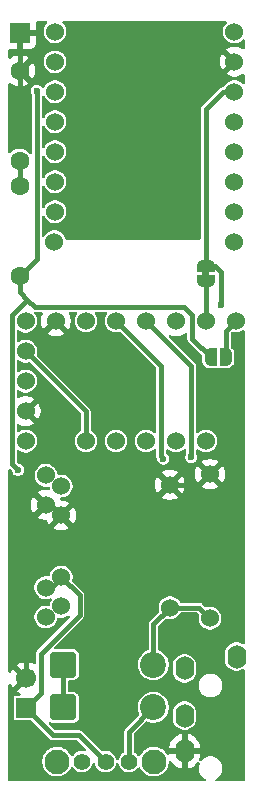
<source format=gbl>
G04 #@! TF.GenerationSoftware,KiCad,Pcbnew,9.0.2*
G04 #@! TF.CreationDate,2025-07-15T04:34:08-04:00*
G04 #@! TF.ProjectId,FBT,4642542e-6b69-4636-9164-5f7063625858,rev?*
G04 #@! TF.SameCoordinates,Original*
G04 #@! TF.FileFunction,Copper,L2,Bot*
G04 #@! TF.FilePolarity,Positive*
%FSLAX46Y46*%
G04 Gerber Fmt 4.6, Leading zero omitted, Abs format (unit mm)*
G04 Created by KiCad (PCBNEW 9.0.2) date 2025-07-15 04:34:08*
%MOMM*%
%LPD*%
G01*
G04 APERTURE LIST*
G04 Aperture macros list*
%AMRoundRect*
0 Rectangle with rounded corners*
0 $1 Rounding radius*
0 $2 $3 $4 $5 $6 $7 $8 $9 X,Y pos of 4 corners*
0 Add a 4 corners polygon primitive as box body*
4,1,4,$2,$3,$4,$5,$6,$7,$8,$9,$2,$3,0*
0 Add four circle primitives for the rounded corners*
1,1,$1+$1,$2,$3*
1,1,$1+$1,$4,$5*
1,1,$1+$1,$6,$7*
1,1,$1+$1,$8,$9*
0 Add four rect primitives between the rounded corners*
20,1,$1+$1,$2,$3,$4,$5,0*
20,1,$1+$1,$4,$5,$6,$7,0*
20,1,$1+$1,$6,$7,$8,$9,0*
20,1,$1+$1,$8,$9,$2,$3,0*%
%AMFreePoly0*
4,1,23,0.500000,-0.750000,0.000000,-0.750000,0.000000,-0.745722,-0.065263,-0.745722,-0.191342,-0.711940,-0.304381,-0.646677,-0.396677,-0.554381,-0.461940,-0.441342,-0.495722,-0.315263,-0.495722,-0.250000,-0.500000,-0.250000,-0.500000,0.250000,-0.495722,0.250000,-0.495722,0.315263,-0.461940,0.441342,-0.396677,0.554381,-0.304381,0.646677,-0.191342,0.711940,-0.065263,0.745722,0.000000,0.745722,
0.000000,0.750000,0.500000,0.750000,0.500000,-0.750000,0.500000,-0.750000,$1*%
%AMFreePoly1*
4,1,23,0.000000,0.745722,0.065263,0.745722,0.191342,0.711940,0.304381,0.646677,0.396677,0.554381,0.461940,0.441342,0.495722,0.315263,0.495722,0.250000,0.500000,0.250000,0.500000,-0.250000,0.495722,-0.250000,0.495722,-0.315263,0.461940,-0.441342,0.396677,-0.554381,0.304381,-0.646677,0.191342,-0.711940,0.065263,-0.745722,0.000000,-0.745722,0.000000,-0.750000,-0.500000,-0.750000,
-0.500000,0.750000,0.000000,0.750000,0.000000,0.745722,0.000000,0.745722,$1*%
G04 Aperture macros list end*
G04 #@! TA.AperFunction,EtchedComponent*
%ADD10C,0.000000*%
G04 #@! TD*
G04 #@! TA.AperFunction,ComponentPad*
%ADD11R,1.700000X1.700000*%
G04 #@! TD*
G04 #@! TA.AperFunction,ComponentPad*
%ADD12C,2.100000*%
G04 #@! TD*
G04 #@! TA.AperFunction,ComponentPad*
%ADD13C,1.400000*%
G04 #@! TD*
G04 #@! TA.AperFunction,ComponentPad*
%ADD14C,1.524000*%
G04 #@! TD*
G04 #@! TA.AperFunction,ComponentPad*
%ADD15O,1.600000X2.000000*%
G04 #@! TD*
G04 #@! TA.AperFunction,ComponentPad*
%ADD16RoundRect,0.249999X-0.850001X-0.850001X0.850001X-0.850001X0.850001X0.850001X-0.850001X0.850001X0*%
G04 #@! TD*
G04 #@! TA.AperFunction,ComponentPad*
%ADD17C,2.200000*%
G04 #@! TD*
G04 #@! TA.AperFunction,ComponentPad*
%ADD18C,1.600000*%
G04 #@! TD*
G04 #@! TA.AperFunction,ComponentPad*
%ADD19C,1.700000*%
G04 #@! TD*
G04 #@! TA.AperFunction,SMDPad,CuDef*
%ADD20FreePoly0,270.000000*%
G04 #@! TD*
G04 #@! TA.AperFunction,SMDPad,CuDef*
%ADD21FreePoly1,270.000000*%
G04 #@! TD*
G04 #@! TA.AperFunction,SMDPad,CuDef*
%ADD22FreePoly0,180.000000*%
G04 #@! TD*
G04 #@! TA.AperFunction,SMDPad,CuDef*
%ADD23FreePoly1,180.000000*%
G04 #@! TD*
G04 #@! TA.AperFunction,ViaPad*
%ADD24C,0.600000*%
G04 #@! TD*
G04 #@! TA.AperFunction,Conductor*
%ADD25C,0.400000*%
G04 #@! TD*
G04 APERTURE END LIST*
D10*
G04 #@! TA.AperFunction,EtchedComponent*
G36*
X122600000Y-46500000D02*
G01*
X122000000Y-46500000D01*
X122000000Y-46000000D01*
X122600000Y-46000000D01*
X122600000Y-46500000D01*
G37*
G04 #@! TD.AperFunction*
D11*
X106553000Y-25908000D03*
D12*
X109700000Y-87600000D03*
X117900000Y-87600000D03*
D13*
X111800000Y-87600000D03*
X113800000Y-87600000D03*
X115800000Y-87600000D03*
D14*
X124841000Y-50292000D03*
X122301000Y-50292000D03*
X119761000Y-50292000D03*
X117221000Y-50292000D03*
X114681000Y-50292000D03*
X112141000Y-50292000D03*
X109601000Y-50292000D03*
X112141000Y-60452000D03*
X114681000Y-60452000D03*
X117221000Y-60452000D03*
X119761000Y-60452000D03*
X122301000Y-60452000D03*
D15*
X120494000Y-79700000D03*
X120494000Y-83700000D03*
X120494000Y-86700000D03*
X124894000Y-78700000D03*
D16*
X110236000Y-83000000D03*
D17*
X117856000Y-83000000D03*
D18*
X106553000Y-38862000D03*
X106553000Y-46482000D03*
D14*
X122645980Y-75456462D03*
X122645980Y-63256462D03*
X108745980Y-63356462D03*
X108745980Y-65856462D03*
X108745980Y-72856462D03*
X108745980Y-75356462D03*
X119250000Y-74550000D03*
X119250000Y-64150000D03*
X110050000Y-64250000D03*
X110050000Y-66750000D03*
X110050000Y-71950000D03*
X110050000Y-74450000D03*
D11*
X107061000Y-83058000D03*
D19*
X107061000Y-80518000D03*
D16*
X110236000Y-79375000D03*
D17*
X117856000Y-79375000D03*
D18*
X106553000Y-29083000D03*
X106553000Y-36703000D03*
D14*
X109514000Y-25785000D03*
X109514000Y-28325000D03*
X109514000Y-30865000D03*
X109514000Y-33405000D03*
X109514000Y-35945000D03*
X109514000Y-38485000D03*
X109514000Y-41025000D03*
X109474000Y-43565000D03*
X124714000Y-43565000D03*
X124714000Y-41025000D03*
X124714000Y-38485000D03*
X124714000Y-35945000D03*
X124714000Y-33405000D03*
X124714000Y-30865000D03*
X124714000Y-28325000D03*
X124714000Y-25785000D03*
X107036656Y-60457212D03*
X107036656Y-57917212D03*
X107036656Y-55377212D03*
X107036656Y-52837212D03*
X107036656Y-50297212D03*
D20*
X122300000Y-45600000D03*
D21*
X122300000Y-46900000D03*
D22*
X124000000Y-53350000D03*
D23*
X122700000Y-53350000D03*
D24*
X118694731Y-61950000D03*
X123600000Y-48900000D03*
X121050000Y-61800000D03*
X107150000Y-34050000D03*
X108000000Y-30800000D03*
X106400000Y-62900000D03*
D25*
X118500000Y-54111000D02*
X114681000Y-50292000D01*
X118500000Y-61755269D02*
X118500000Y-54111000D01*
X118694731Y-61950000D02*
X118500000Y-61755269D01*
X123785000Y-30865000D02*
X122300000Y-32350000D01*
X123600000Y-48900000D02*
X123600000Y-46145000D01*
X122300000Y-32350000D02*
X122300000Y-45600000D01*
X123055000Y-45600000D02*
X122300000Y-45600000D01*
X124714000Y-30865000D02*
X123785000Y-30865000D01*
X123600000Y-46145000D02*
X123055000Y-45600000D01*
X121050000Y-61800000D02*
X121050000Y-54121000D01*
X121050000Y-54121000D02*
X117221000Y-50292000D01*
X107582980Y-62874731D02*
X107582980Y-64693462D01*
X107036656Y-57917212D02*
X108199656Y-59080212D01*
X106553000Y-25908000D02*
X106553000Y-29083000D01*
X107061000Y-67541442D02*
X108745980Y-65856462D01*
X108745980Y-65856462D02*
X109156462Y-65856462D01*
X108199656Y-59080212D02*
X108199656Y-62258055D01*
X119250000Y-64150000D02*
X121752442Y-64150000D01*
X121752442Y-64150000D02*
X122645980Y-63256462D01*
X124714000Y-28325000D02*
X123551000Y-27162000D01*
X106553000Y-33453000D02*
X106553000Y-29083000D01*
X108199656Y-62258055D02*
X107582980Y-62874731D01*
X123551000Y-27162000D02*
X108474000Y-27162000D01*
X107150000Y-34050000D02*
X106553000Y-33453000D01*
X109156462Y-65856462D02*
X110050000Y-66750000D01*
X107582980Y-64693462D02*
X108745980Y-65856462D01*
X107061000Y-80518000D02*
X107061000Y-67541442D01*
X108474000Y-27162000D02*
X106553000Y-29083000D01*
X111550000Y-85350000D02*
X109353000Y-85350000D01*
X111600000Y-73500000D02*
X110050000Y-71950000D01*
X109143538Y-72856462D02*
X110050000Y-71950000D01*
X111600000Y-75150000D02*
X111600000Y-73500000D01*
X109353000Y-85350000D02*
X107061000Y-83058000D01*
X108745980Y-72856462D02*
X109143538Y-72856462D01*
X108312000Y-78438000D02*
X111600000Y-75150000D01*
X108312000Y-81807000D02*
X108312000Y-78438000D01*
X113800000Y-87600000D02*
X111550000Y-85350000D01*
X107061000Y-83058000D02*
X108312000Y-81807000D01*
X117856000Y-75944000D02*
X119250000Y-74550000D01*
X117856000Y-79375000D02*
X117856000Y-75944000D01*
X119250000Y-74550000D02*
X121739518Y-74550000D01*
X121739518Y-74550000D02*
X122645980Y-75456462D01*
X105873656Y-62373656D02*
X106400000Y-62900000D01*
X120427731Y-49100000D02*
X107789137Y-49100000D01*
X107789137Y-49100000D02*
X107189137Y-48500000D01*
X110236000Y-83000000D02*
X110236000Y-79375000D01*
X108000000Y-45035000D02*
X106553000Y-46482000D01*
X106553000Y-46482000D02*
X106553000Y-47863863D01*
X106553000Y-47863863D02*
X107189137Y-48500000D01*
X105873656Y-49815481D02*
X105873656Y-62373656D01*
X122700000Y-53350000D02*
X121138000Y-51788000D01*
X121138000Y-51788000D02*
X121138000Y-49810269D01*
X121138000Y-49810269D02*
X120427731Y-49100000D01*
X107189137Y-48500000D02*
X105873656Y-49815481D01*
X108000000Y-30800000D02*
X108000000Y-45035000D01*
X115800000Y-85056000D02*
X117856000Y-83000000D01*
X115800000Y-87600000D02*
X115800000Y-85056000D01*
X122301000Y-46999000D02*
X122301000Y-50292000D01*
X112141000Y-57941556D02*
X107036656Y-52837212D01*
X112141000Y-60452000D02*
X112141000Y-57941556D01*
X124000000Y-51133000D02*
X124841000Y-50292000D01*
X124000000Y-53350000D02*
X124000000Y-51133000D01*
X106553000Y-36703000D02*
X106600000Y-36656000D01*
X106553000Y-38862000D02*
X106553000Y-36703000D01*
G04 #@! TA.AperFunction,Conductor*
G36*
X106595075Y-80710993D02*
G01*
X106660901Y-80825007D01*
X106753993Y-80918099D01*
X106868007Y-80983925D01*
X106931589Y-81000962D01*
X106299282Y-81633269D01*
X106299282Y-81633270D01*
X106353449Y-81672624D01*
X106547121Y-81771306D01*
X106546603Y-81772321D01*
X106596808Y-81812779D01*
X106618873Y-81879073D01*
X106601594Y-81946772D01*
X106550458Y-81994383D01*
X106494952Y-82007500D01*
X106191247Y-82007500D01*
X106132770Y-82019131D01*
X106132769Y-82019132D01*
X106066447Y-82063447D01*
X106022132Y-82129769D01*
X106022131Y-82129770D01*
X106010500Y-82188247D01*
X106010500Y-83927752D01*
X106022131Y-83986229D01*
X106022132Y-83986230D01*
X106066447Y-84052552D01*
X106132769Y-84096867D01*
X106132770Y-84096868D01*
X106191247Y-84108499D01*
X106191250Y-84108500D01*
X106191252Y-84108500D01*
X107493745Y-84108500D01*
X107560784Y-84128185D01*
X107581426Y-84144819D01*
X109032519Y-85595912D01*
X109032520Y-85595913D01*
X109107087Y-85670480D01*
X109198413Y-85723207D01*
X109300273Y-85750500D01*
X109405726Y-85750500D01*
X111332745Y-85750500D01*
X111399784Y-85770185D01*
X111420426Y-85786819D01*
X112154410Y-86520803D01*
X112187895Y-86582126D01*
X112182911Y-86651818D01*
X112141039Y-86707751D01*
X112075575Y-86732168D01*
X112042538Y-86730101D01*
X111888695Y-86699500D01*
X111888691Y-86699500D01*
X111711309Y-86699500D01*
X111711306Y-86699500D01*
X111537341Y-86734103D01*
X111537332Y-86734106D01*
X111373459Y-86801983D01*
X111373446Y-86801990D01*
X111225965Y-86900535D01*
X111225961Y-86900538D01*
X111100536Y-87025963D01*
X111053793Y-87095918D01*
X111000180Y-87140722D01*
X110930855Y-87149428D01*
X110867828Y-87119272D01*
X110840207Y-87083319D01*
X110769525Y-86944596D01*
X110752144Y-86920674D01*
X110653828Y-86785354D01*
X110514646Y-86646172D01*
X110355405Y-86530476D01*
X110302071Y-86503301D01*
X110180029Y-86441117D01*
X109992826Y-86380290D01*
X109798422Y-86349500D01*
X109798417Y-86349500D01*
X109601583Y-86349500D01*
X109601578Y-86349500D01*
X109407173Y-86380290D01*
X109219970Y-86441117D01*
X109044594Y-86530476D01*
X108973505Y-86582126D01*
X108885354Y-86646172D01*
X108885352Y-86646174D01*
X108885351Y-86646174D01*
X108746174Y-86785351D01*
X108746174Y-86785352D01*
X108746172Y-86785354D01*
X108696485Y-86853741D01*
X108630476Y-86944594D01*
X108541117Y-87119970D01*
X108480290Y-87307173D01*
X108449500Y-87501577D01*
X108449500Y-87698422D01*
X108480290Y-87892826D01*
X108541117Y-88080029D01*
X108626979Y-88248541D01*
X108630476Y-88255405D01*
X108746172Y-88414646D01*
X108885354Y-88553828D01*
X109044595Y-88669524D01*
X109127455Y-88711743D01*
X109219970Y-88758882D01*
X109219972Y-88758882D01*
X109219975Y-88758884D01*
X109308923Y-88787785D01*
X109407173Y-88819709D01*
X109601578Y-88850500D01*
X109601583Y-88850500D01*
X109798422Y-88850500D01*
X109992826Y-88819709D01*
X110180025Y-88758884D01*
X110355405Y-88669524D01*
X110514646Y-88553828D01*
X110653828Y-88414646D01*
X110769524Y-88255405D01*
X110840208Y-88116678D01*
X110888181Y-88065884D01*
X110956002Y-88049088D01*
X111022137Y-88071625D01*
X111053793Y-88104082D01*
X111100533Y-88174032D01*
X111100538Y-88174038D01*
X111225961Y-88299461D01*
X111225965Y-88299464D01*
X111373446Y-88398009D01*
X111373459Y-88398016D01*
X111479235Y-88441829D01*
X111537334Y-88465894D01*
X111537336Y-88465894D01*
X111537341Y-88465896D01*
X111711304Y-88500499D01*
X111711307Y-88500500D01*
X111711309Y-88500500D01*
X111888693Y-88500500D01*
X111888694Y-88500499D01*
X111946682Y-88488964D01*
X112062658Y-88465896D01*
X112062661Y-88465894D01*
X112062666Y-88465894D01*
X112226547Y-88398013D01*
X112374035Y-88299464D01*
X112499464Y-88174035D01*
X112598013Y-88026547D01*
X112665894Y-87862666D01*
X112666789Y-87858170D01*
X112678383Y-87799882D01*
X112710768Y-87737971D01*
X112771483Y-87703397D01*
X112841253Y-87707136D01*
X112897925Y-87748003D01*
X112921617Y-87799882D01*
X112934103Y-87862658D01*
X112934106Y-87862667D01*
X113001983Y-88026540D01*
X113001990Y-88026553D01*
X113100535Y-88174034D01*
X113100538Y-88174038D01*
X113225961Y-88299461D01*
X113225965Y-88299464D01*
X113373446Y-88398009D01*
X113373459Y-88398016D01*
X113479235Y-88441829D01*
X113537334Y-88465894D01*
X113537336Y-88465894D01*
X113537341Y-88465896D01*
X113711304Y-88500499D01*
X113711307Y-88500500D01*
X113711309Y-88500500D01*
X113888693Y-88500500D01*
X113888694Y-88500499D01*
X113946682Y-88488964D01*
X114062658Y-88465896D01*
X114062661Y-88465894D01*
X114062666Y-88465894D01*
X114226547Y-88398013D01*
X114374035Y-88299464D01*
X114499464Y-88174035D01*
X114598013Y-88026547D01*
X114665894Y-87862666D01*
X114666789Y-87858170D01*
X114678383Y-87799882D01*
X114710768Y-87737971D01*
X114771483Y-87703397D01*
X114841253Y-87707136D01*
X114897925Y-87748003D01*
X114921617Y-87799882D01*
X114934103Y-87862658D01*
X114934106Y-87862667D01*
X115001983Y-88026540D01*
X115001990Y-88026553D01*
X115100535Y-88174034D01*
X115100538Y-88174038D01*
X115225961Y-88299461D01*
X115225965Y-88299464D01*
X115373446Y-88398009D01*
X115373459Y-88398016D01*
X115479235Y-88441829D01*
X115537334Y-88465894D01*
X115537336Y-88465894D01*
X115537341Y-88465896D01*
X115711304Y-88500499D01*
X115711307Y-88500500D01*
X115711309Y-88500500D01*
X115888693Y-88500500D01*
X115888694Y-88500499D01*
X115946682Y-88488964D01*
X116062658Y-88465896D01*
X116062661Y-88465894D01*
X116062666Y-88465894D01*
X116226547Y-88398013D01*
X116374035Y-88299464D01*
X116499464Y-88174035D01*
X116537788Y-88116679D01*
X116546205Y-88104083D01*
X116599817Y-88059278D01*
X116669142Y-88050571D01*
X116732170Y-88080726D01*
X116759792Y-88116679D01*
X116830476Y-88255405D01*
X116946172Y-88414646D01*
X117085354Y-88553828D01*
X117244595Y-88669524D01*
X117327455Y-88711743D01*
X117419970Y-88758882D01*
X117419972Y-88758882D01*
X117419975Y-88758884D01*
X117508923Y-88787785D01*
X117607173Y-88819709D01*
X117801578Y-88850500D01*
X117801583Y-88850500D01*
X117998422Y-88850500D01*
X118192826Y-88819709D01*
X118380025Y-88758884D01*
X118555405Y-88669524D01*
X118714646Y-88553828D01*
X118853828Y-88414646D01*
X118969524Y-88255405D01*
X119058884Y-88080025D01*
X119119709Y-87892826D01*
X119125199Y-87858164D01*
X119150500Y-87698422D01*
X119150500Y-87643017D01*
X119170185Y-87575978D01*
X119222989Y-87530223D01*
X119292147Y-87520279D01*
X119355703Y-87549304D01*
X119380232Y-87578235D01*
X119382139Y-87581348D01*
X119502417Y-87746894D01*
X119502417Y-87746895D01*
X119647104Y-87891582D01*
X119812650Y-88011859D01*
X119994968Y-88104754D01*
X120189578Y-88167988D01*
X120244000Y-88176607D01*
X120244000Y-87344975D01*
X120279095Y-87380070D01*
X120358905Y-87426148D01*
X120447922Y-87450000D01*
X120540078Y-87450000D01*
X120629095Y-87426148D01*
X120708905Y-87380070D01*
X120744000Y-87344975D01*
X120744000Y-88176606D01*
X120798421Y-88167988D01*
X120993031Y-88104754D01*
X121175349Y-88011859D01*
X121340894Y-87891582D01*
X121340895Y-87891582D01*
X121485581Y-87746896D01*
X121550087Y-87658111D01*
X121605417Y-87615445D01*
X121675030Y-87609466D01*
X121736826Y-87642071D01*
X121771183Y-87702910D01*
X121767195Y-87772665D01*
X121764968Y-87778447D01*
X121731949Y-87858164D01*
X121731947Y-87858170D01*
X121693500Y-88051456D01*
X121693500Y-88051459D01*
X121693500Y-88248541D01*
X121693500Y-88248543D01*
X121693499Y-88248543D01*
X121731947Y-88441829D01*
X121731950Y-88441839D01*
X121807364Y-88623907D01*
X121807371Y-88623920D01*
X121916860Y-88787781D01*
X121916863Y-88787785D01*
X122056214Y-88927136D01*
X122056218Y-88927139D01*
X122220079Y-89036628D01*
X122225456Y-89039502D01*
X122224665Y-89040980D01*
X122272813Y-89079775D01*
X122294881Y-89146068D01*
X122277605Y-89213769D01*
X122226470Y-89261381D01*
X122170960Y-89274500D01*
X105702500Y-89274500D01*
X105635461Y-89254815D01*
X105589706Y-89202011D01*
X105578500Y-89150500D01*
X105578500Y-81098558D01*
X105598185Y-81031519D01*
X105650989Y-80985764D01*
X105720147Y-80975820D01*
X105783703Y-81004845D01*
X105812985Y-81042263D01*
X105906375Y-81225550D01*
X105945728Y-81279716D01*
X106578037Y-80647408D01*
X106595075Y-80710993D01*
G37*
G04 #@! TD.AperFunction*
G04 #@! TA.AperFunction,Conductor*
G36*
X108452603Y-49520185D02*
G01*
X108498358Y-49572989D01*
X108508302Y-49642147D01*
X108496049Y-49680795D01*
X108431457Y-49807562D01*
X108370075Y-49996476D01*
X108370075Y-49996479D01*
X108339000Y-50192678D01*
X108339000Y-50391321D01*
X108370075Y-50587520D01*
X108370075Y-50587523D01*
X108431457Y-50776437D01*
X108521641Y-50953432D01*
X108548730Y-50990715D01*
X109158861Y-50380584D01*
X109181667Y-50465694D01*
X109240910Y-50568306D01*
X109324694Y-50652090D01*
X109427306Y-50711333D01*
X109512414Y-50734137D01*
X108902283Y-51344268D01*
X108902283Y-51344269D01*
X108939567Y-51371358D01*
X109116562Y-51461542D01*
X109305477Y-51522924D01*
X109501679Y-51554000D01*
X109700321Y-51554000D01*
X109896520Y-51522924D01*
X109896523Y-51522924D01*
X110085437Y-51461542D01*
X110262425Y-51371362D01*
X110299716Y-51344268D01*
X109689585Y-50734137D01*
X109774694Y-50711333D01*
X109877306Y-50652090D01*
X109961090Y-50568306D01*
X110020333Y-50465694D01*
X110043138Y-50380585D01*
X110653268Y-50990715D01*
X110680362Y-50953425D01*
X110770542Y-50776437D01*
X110831924Y-50587523D01*
X110831924Y-50587520D01*
X110863000Y-50391321D01*
X110863000Y-50192678D01*
X110831924Y-49996479D01*
X110831924Y-49996476D01*
X110770542Y-49807562D01*
X110705951Y-49680795D01*
X110693055Y-49612126D01*
X110719331Y-49547385D01*
X110776438Y-49507128D01*
X110816436Y-49500500D01*
X111280287Y-49500500D01*
X111347326Y-49520185D01*
X111393081Y-49572989D01*
X111403025Y-49642147D01*
X111383389Y-49693391D01*
X111288042Y-49836087D01*
X111215488Y-50011248D01*
X111215486Y-50011256D01*
X111178500Y-50197197D01*
X111178500Y-50386802D01*
X111215486Y-50572743D01*
X111215488Y-50572751D01*
X111288042Y-50747912D01*
X111393377Y-50905558D01*
X111527441Y-51039622D01*
X111564686Y-51064508D01*
X111685085Y-51144956D01*
X111685086Y-51144956D01*
X111685087Y-51144957D01*
X111697670Y-51150169D01*
X111860249Y-51217512D01*
X112030517Y-51251380D01*
X112046197Y-51254499D01*
X112046201Y-51254500D01*
X112046202Y-51254500D01*
X112235799Y-51254500D01*
X112235800Y-51254499D01*
X112421751Y-51217512D01*
X112596915Y-51144956D01*
X112754558Y-51039622D01*
X112888622Y-50905558D01*
X112993956Y-50747915D01*
X113066512Y-50572751D01*
X113103500Y-50386798D01*
X113103500Y-50197202D01*
X113066512Y-50011249D01*
X112993956Y-49836085D01*
X112898611Y-49693391D01*
X112877733Y-49626713D01*
X112896218Y-49559333D01*
X112948197Y-49512643D01*
X113001713Y-49500500D01*
X113820287Y-49500500D01*
X113887326Y-49520185D01*
X113933081Y-49572989D01*
X113943025Y-49642147D01*
X113923389Y-49693391D01*
X113828042Y-49836087D01*
X113755488Y-50011248D01*
X113755486Y-50011256D01*
X113718500Y-50197197D01*
X113718500Y-50386802D01*
X113755486Y-50572743D01*
X113755488Y-50572751D01*
X113828042Y-50747912D01*
X113933377Y-50905558D01*
X114067441Y-51039622D01*
X114104686Y-51064508D01*
X114225085Y-51144956D01*
X114225086Y-51144956D01*
X114225087Y-51144957D01*
X114237670Y-51150169D01*
X114400249Y-51217512D01*
X114570517Y-51251380D01*
X114586197Y-51254499D01*
X114586201Y-51254500D01*
X114586202Y-51254500D01*
X114775799Y-51254500D01*
X114775799Y-51254499D01*
X114961751Y-51217512D01*
X114961753Y-51217510D01*
X114962110Y-51217440D01*
X115031702Y-51223667D01*
X115073983Y-51251376D01*
X118063181Y-54240573D01*
X118096666Y-54301896D01*
X118099500Y-54328254D01*
X118099500Y-59669957D01*
X118079815Y-59736996D01*
X118027011Y-59782751D01*
X117957853Y-59792695D01*
X117894297Y-59763670D01*
X117887819Y-59757638D01*
X117834558Y-59704377D01*
X117676912Y-59599042D01*
X117501751Y-59526488D01*
X117501743Y-59526486D01*
X117315802Y-59489500D01*
X117315798Y-59489500D01*
X117126202Y-59489500D01*
X117126197Y-59489500D01*
X116940256Y-59526486D01*
X116940248Y-59526488D01*
X116765087Y-59599042D01*
X116607441Y-59704377D01*
X116473377Y-59838441D01*
X116368042Y-59996087D01*
X116295488Y-60171248D01*
X116295486Y-60171256D01*
X116258500Y-60357197D01*
X116258500Y-60546802D01*
X116295486Y-60732743D01*
X116295488Y-60732751D01*
X116368042Y-60907912D01*
X116473377Y-61065558D01*
X116607441Y-61199622D01*
X116659191Y-61234200D01*
X116765085Y-61304956D01*
X116765086Y-61304956D01*
X116765087Y-61304957D01*
X116777670Y-61310169D01*
X116940249Y-61377512D01*
X117126197Y-61414499D01*
X117126201Y-61414500D01*
X117126202Y-61414500D01*
X117315799Y-61414500D01*
X117315800Y-61414499D01*
X117501751Y-61377512D01*
X117676915Y-61304956D01*
X117834558Y-61199622D01*
X117859818Y-61174362D01*
X117887819Y-61146362D01*
X117949142Y-61112877D01*
X118018834Y-61117861D01*
X118074767Y-61159733D01*
X118099184Y-61225197D01*
X118099500Y-61234043D01*
X118099500Y-61807995D01*
X118126793Y-61909858D01*
X118146092Y-61943285D01*
X118179520Y-62001182D01*
X118179524Y-62001186D01*
X118181049Y-62003174D01*
X118183265Y-62007668D01*
X118183584Y-62008220D01*
X118183547Y-62008240D01*
X118202450Y-62046569D01*
X118228339Y-62143186D01*
X118294231Y-62257314D01*
X118387417Y-62350500D01*
X118501545Y-62416392D01*
X118628839Y-62450500D01*
X118628841Y-62450500D01*
X118760621Y-62450500D01*
X118760623Y-62450500D01*
X118887917Y-62416392D01*
X119002045Y-62350500D01*
X119095231Y-62257314D01*
X119161123Y-62143186D01*
X119195231Y-62015892D01*
X119195231Y-61884108D01*
X119161123Y-61756814D01*
X119095231Y-61642686D01*
X119002045Y-61549500D01*
X118999909Y-61548266D01*
X118962499Y-61526667D01*
X118954216Y-61517980D01*
X118943297Y-61512994D01*
X118930550Y-61493160D01*
X118914284Y-61476100D01*
X118911068Y-61462844D01*
X118905523Y-61454216D01*
X118900500Y-61419281D01*
X118900500Y-61252043D01*
X118920185Y-61185004D01*
X118972989Y-61139249D01*
X119042147Y-61129305D01*
X119105703Y-61158330D01*
X119112181Y-61164362D01*
X119147441Y-61199622D01*
X119199191Y-61234200D01*
X119305085Y-61304956D01*
X119305086Y-61304956D01*
X119305087Y-61304957D01*
X119317670Y-61310169D01*
X119480249Y-61377512D01*
X119666197Y-61414499D01*
X119666201Y-61414500D01*
X119666202Y-61414500D01*
X119855799Y-61414500D01*
X119855800Y-61414499D01*
X120041751Y-61377512D01*
X120216915Y-61304956D01*
X120374558Y-61199622D01*
X120405850Y-61168330D01*
X120437819Y-61136362D01*
X120457255Y-61125749D01*
X120473989Y-61111249D01*
X120487320Y-61109332D01*
X120499142Y-61102877D01*
X120521228Y-61104456D01*
X120543147Y-61101305D01*
X120555398Y-61106900D01*
X120568834Y-61107861D01*
X120586560Y-61121131D01*
X120606703Y-61130330D01*
X120613985Y-61141661D01*
X120624767Y-61149733D01*
X120632504Y-61170478D01*
X120644477Y-61189108D01*
X120647628Y-61211026D01*
X120649184Y-61215197D01*
X120649500Y-61224043D01*
X120649500Y-61459460D01*
X120632887Y-61521460D01*
X120583609Y-61606810D01*
X120583609Y-61606811D01*
X120583608Y-61606813D01*
X120583608Y-61606814D01*
X120549500Y-61734108D01*
X120549500Y-61865892D01*
X120561280Y-61909857D01*
X120583608Y-61993187D01*
X120596717Y-62015892D01*
X120649500Y-62107314D01*
X120742686Y-62200500D01*
X120856814Y-62266392D01*
X120984108Y-62300500D01*
X120984110Y-62300500D01*
X121115890Y-62300500D01*
X121115892Y-62300500D01*
X121243186Y-62266392D01*
X121357314Y-62200500D01*
X121450500Y-62107314D01*
X121516392Y-61993186D01*
X121550500Y-61865892D01*
X121550500Y-61734108D01*
X121516392Y-61606814D01*
X121483299Y-61549496D01*
X121467113Y-61521460D01*
X121462962Y-61505971D01*
X121455523Y-61494395D01*
X121450500Y-61459460D01*
X121450500Y-61262043D01*
X121470185Y-61195004D01*
X121522989Y-61149249D01*
X121592147Y-61139305D01*
X121655703Y-61168330D01*
X121662181Y-61174362D01*
X121687441Y-61199622D01*
X121739191Y-61234200D01*
X121845085Y-61304956D01*
X121845086Y-61304956D01*
X121845087Y-61304957D01*
X121857670Y-61310169D01*
X122020249Y-61377512D01*
X122206197Y-61414499D01*
X122206201Y-61414500D01*
X122206202Y-61414500D01*
X122395799Y-61414500D01*
X122395800Y-61414499D01*
X122581751Y-61377512D01*
X122756915Y-61304956D01*
X122914558Y-61199622D01*
X123048622Y-61065558D01*
X123153956Y-60907915D01*
X123226512Y-60732751D01*
X123263500Y-60546798D01*
X123263500Y-60357202D01*
X123226512Y-60171249D01*
X123153956Y-59996085D01*
X123118686Y-59943300D01*
X123048622Y-59838441D01*
X122914558Y-59704377D01*
X122756912Y-59599042D01*
X122581751Y-59526488D01*
X122581743Y-59526486D01*
X122395802Y-59489500D01*
X122395798Y-59489500D01*
X122206202Y-59489500D01*
X122206197Y-59489500D01*
X122020256Y-59526486D01*
X122020248Y-59526488D01*
X121845087Y-59599042D01*
X121687441Y-59704377D01*
X121687438Y-59704380D01*
X121662181Y-59729638D01*
X121600858Y-59763123D01*
X121531166Y-59758139D01*
X121475233Y-59716267D01*
X121450816Y-59650803D01*
X121450500Y-59641957D01*
X121450500Y-54183729D01*
X121450501Y-54183716D01*
X121450501Y-54068274D01*
X121450501Y-54068273D01*
X121423207Y-53966413D01*
X121370480Y-53875087D01*
X121295913Y-53800520D01*
X121295912Y-53800519D01*
X121291582Y-53796189D01*
X121291571Y-53796179D01*
X119719045Y-52223653D01*
X119168313Y-51672920D01*
X119134829Y-51611599D01*
X119139813Y-51541907D01*
X119181685Y-51485974D01*
X119247149Y-51461557D01*
X119294313Y-51467310D01*
X119465477Y-51522924D01*
X119661679Y-51554000D01*
X119860321Y-51554000D01*
X120056520Y-51522924D01*
X120056523Y-51522924D01*
X120245437Y-51461542D01*
X120422432Y-51371358D01*
X120540614Y-51285494D01*
X120606421Y-51262014D01*
X120674474Y-51277839D01*
X120723169Y-51327945D01*
X120737500Y-51385812D01*
X120737500Y-51840726D01*
X120764793Y-51942589D01*
X120788849Y-51984254D01*
X120817520Y-52033913D01*
X120817521Y-52033914D01*
X120817522Y-52033915D01*
X121958181Y-53174573D01*
X121991666Y-53235896D01*
X121994500Y-53262254D01*
X121994500Y-53665832D01*
X122001502Y-53719007D01*
X122001503Y-53719014D01*
X122023343Y-53800520D01*
X122035580Y-53846188D01*
X122056101Y-53895731D01*
X122056108Y-53895745D01*
X122121934Y-54009759D01*
X122154590Y-54052316D01*
X122247683Y-54145409D01*
X122284589Y-54173729D01*
X122290243Y-54178067D01*
X122404257Y-54243893D01*
X122404262Y-54243895D01*
X122404268Y-54243898D01*
X122453811Y-54264419D01*
X122453813Y-54264419D01*
X122453819Y-54264422D01*
X122580986Y-54298497D01*
X122634174Y-54305500D01*
X122634180Y-54305500D01*
X123200003Y-54305500D01*
X123200003Y-54305499D01*
X123245728Y-54300348D01*
X123273669Y-54286892D01*
X123290354Y-54278857D01*
X123359295Y-54267504D01*
X123396336Y-54283055D01*
X123398248Y-54279087D01*
X123410835Y-54285148D01*
X123410836Y-54285148D01*
X123410837Y-54285149D01*
X123477428Y-54300348D01*
X123499995Y-54305499D01*
X123500000Y-54305500D01*
X124065820Y-54305500D01*
X124065826Y-54305500D01*
X124119014Y-54298497D01*
X124246181Y-54264422D01*
X124295743Y-54243893D01*
X124409757Y-54178067D01*
X124452317Y-54145409D01*
X124545409Y-54052317D01*
X124578067Y-54009757D01*
X124643893Y-53895743D01*
X124664422Y-53846181D01*
X124698497Y-53719014D01*
X124705500Y-53665826D01*
X124705500Y-53034174D01*
X124698497Y-52980986D01*
X124664422Y-52853819D01*
X124643893Y-52804257D01*
X124578067Y-52690243D01*
X124545409Y-52647683D01*
X124452317Y-52554591D01*
X124452316Y-52554590D01*
X124452307Y-52554582D01*
X124449012Y-52552054D01*
X124407810Y-52495626D01*
X124400500Y-52453680D01*
X124400500Y-51350254D01*
X124409142Y-51320819D01*
X124415665Y-51290832D01*
X124419422Y-51285812D01*
X124420185Y-51283215D01*
X124436815Y-51262577D01*
X124439681Y-51259711D01*
X124448013Y-51251378D01*
X124509332Y-51217892D01*
X124559887Y-51217440D01*
X124560249Y-51217512D01*
X124746199Y-51254499D01*
X124746201Y-51254500D01*
X124746202Y-51254500D01*
X124935799Y-51254500D01*
X124935800Y-51254499D01*
X125121751Y-51217512D01*
X125296915Y-51144956D01*
X125400610Y-51075668D01*
X125467286Y-51054791D01*
X125534666Y-51073275D01*
X125581357Y-51125254D01*
X125593500Y-51178771D01*
X125593500Y-77532111D01*
X125573815Y-77599150D01*
X125521011Y-77644905D01*
X125451853Y-77654849D01*
X125400610Y-77635214D01*
X125367918Y-77613370D01*
X125367907Y-77613364D01*
X125185839Y-77537950D01*
X125185829Y-77537947D01*
X124992543Y-77499500D01*
X124992541Y-77499500D01*
X124795459Y-77499500D01*
X124795457Y-77499500D01*
X124602170Y-77537947D01*
X124602160Y-77537950D01*
X124420092Y-77613364D01*
X124420079Y-77613371D01*
X124256218Y-77722860D01*
X124256214Y-77722863D01*
X124116863Y-77862214D01*
X124116860Y-77862218D01*
X124007371Y-78026079D01*
X124007364Y-78026092D01*
X123931950Y-78208160D01*
X123931947Y-78208170D01*
X123893500Y-78401456D01*
X123893500Y-78401459D01*
X123893500Y-78998541D01*
X123893500Y-78998543D01*
X123893499Y-78998543D01*
X123931947Y-79191829D01*
X123931950Y-79191839D01*
X124007364Y-79373907D01*
X124007371Y-79373920D01*
X124116860Y-79537781D01*
X124116863Y-79537785D01*
X124256214Y-79677136D01*
X124256218Y-79677139D01*
X124420079Y-79786628D01*
X124420092Y-79786635D01*
X124602160Y-79862049D01*
X124602165Y-79862051D01*
X124602169Y-79862051D01*
X124602170Y-79862052D01*
X124795456Y-79900500D01*
X124795459Y-79900500D01*
X124992543Y-79900500D01*
X125124663Y-79874219D01*
X125185835Y-79862051D01*
X125367914Y-79786632D01*
X125400609Y-79764785D01*
X125467285Y-79743908D01*
X125534666Y-79762392D01*
X125581356Y-79814370D01*
X125593500Y-79867888D01*
X125593500Y-89150500D01*
X125573815Y-89217539D01*
X125521011Y-89263294D01*
X125469500Y-89274500D01*
X123217040Y-89274500D01*
X123150001Y-89254815D01*
X123104246Y-89202011D01*
X123094302Y-89132853D01*
X123123327Y-89069297D01*
X123163129Y-89040597D01*
X123162544Y-89039502D01*
X123167907Y-89036634D01*
X123167914Y-89036632D01*
X123331782Y-88927139D01*
X123471139Y-88787782D01*
X123580632Y-88623914D01*
X123656051Y-88441835D01*
X123684371Y-88299464D01*
X123694500Y-88248543D01*
X123694500Y-88051456D01*
X123656052Y-87858170D01*
X123656051Y-87858169D01*
X123656051Y-87858165D01*
X123610421Y-87748003D01*
X123580635Y-87676092D01*
X123580628Y-87676079D01*
X123471139Y-87512218D01*
X123471136Y-87512214D01*
X123331785Y-87372863D01*
X123331781Y-87372860D01*
X123167920Y-87263371D01*
X123167907Y-87263364D01*
X122985839Y-87187950D01*
X122985829Y-87187947D01*
X122792543Y-87149500D01*
X122792541Y-87149500D01*
X122595459Y-87149500D01*
X122595457Y-87149500D01*
X122402170Y-87187947D01*
X122402160Y-87187950D01*
X122220092Y-87263364D01*
X122220079Y-87263371D01*
X122056218Y-87372860D01*
X122056214Y-87372863D01*
X121916863Y-87512214D01*
X121912997Y-87516926D01*
X121911344Y-87515569D01*
X121865130Y-87554168D01*
X121795802Y-87562853D01*
X121732784Y-87532678D01*
X121696084Y-87473223D01*
X121697353Y-87403365D01*
X121697745Y-87402137D01*
X121761990Y-87204417D01*
X121794000Y-87002317D01*
X121794000Y-86950000D01*
X120844000Y-86950000D01*
X120844000Y-86450000D01*
X121794000Y-86450000D01*
X121794000Y-86397682D01*
X121761990Y-86195582D01*
X121698755Y-86000968D01*
X121605859Y-85818650D01*
X121485582Y-85653105D01*
X121485582Y-85653104D01*
X121340895Y-85508417D01*
X121175349Y-85388140D01*
X120993029Y-85295244D01*
X120798413Y-85232009D01*
X120744000Y-85223390D01*
X120744000Y-86055025D01*
X120708905Y-86019930D01*
X120629095Y-85973852D01*
X120540078Y-85950000D01*
X120447922Y-85950000D01*
X120358905Y-85973852D01*
X120279095Y-86019930D01*
X120244000Y-86055025D01*
X120244000Y-85223390D01*
X120189586Y-85232009D01*
X119994970Y-85295244D01*
X119812650Y-85388140D01*
X119647105Y-85508417D01*
X119647104Y-85508417D01*
X119502417Y-85653104D01*
X119502417Y-85653105D01*
X119382140Y-85818650D01*
X119289244Y-86000968D01*
X119226009Y-86195582D01*
X119194000Y-86397682D01*
X119194000Y-86450000D01*
X120144000Y-86450000D01*
X120144000Y-86950000D01*
X119194000Y-86950000D01*
X119167800Y-86976200D01*
X119106476Y-87009684D01*
X119036785Y-87004699D01*
X118980851Y-86962828D01*
X118972080Y-86948739D01*
X118972069Y-86948747D01*
X118971048Y-86947082D01*
X118969629Y-86944803D01*
X118969524Y-86944595D01*
X118853828Y-86785354D01*
X118714646Y-86646172D01*
X118555405Y-86530476D01*
X118502071Y-86503301D01*
X118380029Y-86441117D01*
X118192826Y-86380290D01*
X117998422Y-86349500D01*
X117998417Y-86349500D01*
X117801583Y-86349500D01*
X117801578Y-86349500D01*
X117607173Y-86380290D01*
X117419970Y-86441117D01*
X117244594Y-86530476D01*
X117173505Y-86582126D01*
X117085354Y-86646172D01*
X117085352Y-86646174D01*
X117085351Y-86646174D01*
X116946174Y-86785351D01*
X116946174Y-86785352D01*
X116946172Y-86785354D01*
X116896485Y-86853741D01*
X116830476Y-86944594D01*
X116759792Y-87083320D01*
X116711817Y-87134116D01*
X116643996Y-87150911D01*
X116577861Y-87128374D01*
X116546205Y-87095917D01*
X116499461Y-87025961D01*
X116374038Y-86900538D01*
X116374034Y-86900535D01*
X116255609Y-86821405D01*
X116210804Y-86767792D01*
X116200500Y-86718303D01*
X116200500Y-85273254D01*
X116220185Y-85206215D01*
X116236814Y-85185577D01*
X117200593Y-84221798D01*
X117261914Y-84188315D01*
X117331605Y-84193299D01*
X117344564Y-84198995D01*
X117356781Y-84205220D01*
X117484419Y-84246692D01*
X117551465Y-84268477D01*
X117652557Y-84284488D01*
X117753648Y-84300500D01*
X117753649Y-84300500D01*
X117958351Y-84300500D01*
X117958352Y-84300500D01*
X118160534Y-84268477D01*
X118355219Y-84205220D01*
X118537610Y-84112287D01*
X118630590Y-84044732D01*
X118694167Y-83998543D01*
X119493499Y-83998543D01*
X119531947Y-84191829D01*
X119531950Y-84191839D01*
X119607364Y-84373907D01*
X119607371Y-84373920D01*
X119716860Y-84537781D01*
X119716863Y-84537785D01*
X119856214Y-84677136D01*
X119856218Y-84677139D01*
X120020079Y-84786628D01*
X120020092Y-84786635D01*
X120202160Y-84862049D01*
X120202165Y-84862051D01*
X120202169Y-84862051D01*
X120202170Y-84862052D01*
X120395456Y-84900500D01*
X120395459Y-84900500D01*
X120592543Y-84900500D01*
X120722582Y-84874632D01*
X120785835Y-84862051D01*
X120967914Y-84786632D01*
X121131782Y-84677139D01*
X121271139Y-84537782D01*
X121380632Y-84373914D01*
X121456051Y-84191835D01*
X121480057Y-84071149D01*
X121494500Y-83998543D01*
X121494500Y-83401456D01*
X121456052Y-83208170D01*
X121456051Y-83208169D01*
X121456051Y-83208165D01*
X121412222Y-83102351D01*
X121380635Y-83026092D01*
X121380628Y-83026079D01*
X121271139Y-82862218D01*
X121271136Y-82862214D01*
X121131785Y-82722863D01*
X121131781Y-82722860D01*
X120967920Y-82613371D01*
X120967907Y-82613364D01*
X120785839Y-82537950D01*
X120785829Y-82537947D01*
X120592543Y-82499500D01*
X120592541Y-82499500D01*
X120395459Y-82499500D01*
X120395457Y-82499500D01*
X120202170Y-82537947D01*
X120202160Y-82537950D01*
X120020092Y-82613364D01*
X120020079Y-82613371D01*
X119856218Y-82722860D01*
X119856214Y-82722863D01*
X119716863Y-82862214D01*
X119716860Y-82862218D01*
X119607371Y-83026079D01*
X119607364Y-83026092D01*
X119531950Y-83208160D01*
X119531947Y-83208170D01*
X119493500Y-83401456D01*
X119493500Y-83401459D01*
X119493500Y-83998541D01*
X119493500Y-83998543D01*
X119493499Y-83998543D01*
X118694167Y-83998543D01*
X118703213Y-83991971D01*
X118703215Y-83991968D01*
X118703219Y-83991966D01*
X118847966Y-83847219D01*
X118847968Y-83847215D01*
X118847971Y-83847213D01*
X118900732Y-83774590D01*
X118968287Y-83681610D01*
X119061220Y-83499219D01*
X119124477Y-83304534D01*
X119156500Y-83102352D01*
X119156500Y-82897648D01*
X119124477Y-82695466D01*
X119061220Y-82500781D01*
X119061218Y-82500778D01*
X119061218Y-82500776D01*
X119027503Y-82434607D01*
X118968287Y-82318390D01*
X118960556Y-82307749D01*
X118847971Y-82152786D01*
X118703213Y-82008028D01*
X118537613Y-81887715D01*
X118537612Y-81887714D01*
X118537610Y-81887713D01*
X118480653Y-81858691D01*
X118355223Y-81794781D01*
X118160534Y-81731522D01*
X117976371Y-81702354D01*
X117958352Y-81699500D01*
X117753648Y-81699500D01*
X117735635Y-81702353D01*
X117551465Y-81731522D01*
X117356776Y-81794781D01*
X117174386Y-81887715D01*
X117008786Y-82008028D01*
X116864028Y-82152786D01*
X116743715Y-82318386D01*
X116650781Y-82500776D01*
X116587522Y-82695465D01*
X116555500Y-82897648D01*
X116555500Y-83102351D01*
X116587522Y-83304534D01*
X116650782Y-83499226D01*
X116657002Y-83511432D01*
X116669898Y-83580101D01*
X116643621Y-83644842D01*
X116634198Y-83655407D01*
X115479522Y-84810084D01*
X115479518Y-84810090D01*
X115426792Y-84901412D01*
X115426793Y-84901413D01*
X115399500Y-85003273D01*
X115399500Y-86718303D01*
X115379815Y-86785342D01*
X115344391Y-86821405D01*
X115225965Y-86900535D01*
X115225961Y-86900538D01*
X115100538Y-87025961D01*
X115100535Y-87025965D01*
X115001990Y-87173446D01*
X115001983Y-87173459D01*
X114934106Y-87337332D01*
X114934104Y-87337340D01*
X114921617Y-87400118D01*
X114889232Y-87462028D01*
X114828516Y-87496603D01*
X114758747Y-87492863D01*
X114702075Y-87451996D01*
X114678383Y-87400118D01*
X114665895Y-87337340D01*
X114665894Y-87337334D01*
X114604018Y-87187950D01*
X114598016Y-87173459D01*
X114598009Y-87173446D01*
X114499464Y-87025965D01*
X114499461Y-87025961D01*
X114374038Y-86900538D01*
X114374034Y-86900535D01*
X114226553Y-86801990D01*
X114226540Y-86801983D01*
X114062667Y-86734106D01*
X114062658Y-86734103D01*
X113888694Y-86699500D01*
X113888691Y-86699500D01*
X113711309Y-86699500D01*
X113711304Y-86699500D01*
X113571615Y-86727286D01*
X113502023Y-86721059D01*
X113459743Y-86693350D01*
X111795915Y-85029522D01*
X111795913Y-85029520D01*
X111750250Y-85003156D01*
X111704589Y-84976793D01*
X111653657Y-84963146D01*
X111602727Y-84949500D01*
X111602726Y-84949500D01*
X109570255Y-84949500D01*
X109503216Y-84929815D01*
X109482574Y-84913181D01*
X109003536Y-84434143D01*
X108970051Y-84372820D01*
X108975035Y-84303128D01*
X109016907Y-84247195D01*
X109082371Y-84222778D01*
X109150644Y-84237630D01*
X109164847Y-84246689D01*
X109173117Y-84252793D01*
X109215844Y-84267744D01*
X109301298Y-84297646D01*
X109308323Y-84298304D01*
X109331733Y-84300500D01*
X111140266Y-84300499D01*
X111170700Y-84297646D01*
X111298883Y-84252793D01*
X111408150Y-84172150D01*
X111488793Y-84062883D01*
X111515615Y-83986229D01*
X111533646Y-83934702D01*
X111533646Y-83934700D01*
X111536500Y-83904267D01*
X111536499Y-82095734D01*
X111533646Y-82065300D01*
X111488793Y-81937117D01*
X111452331Y-81887713D01*
X111408150Y-81827849D01*
X111308457Y-81754273D01*
X111298883Y-81747207D01*
X111298881Y-81747206D01*
X111170701Y-81702353D01*
X111140271Y-81699500D01*
X111140267Y-81699500D01*
X110760500Y-81699500D01*
X110693461Y-81679815D01*
X110647706Y-81627011D01*
X110636500Y-81575500D01*
X110636500Y-81248543D01*
X121693499Y-81248543D01*
X121731947Y-81441829D01*
X121731950Y-81441839D01*
X121807364Y-81623907D01*
X121807371Y-81623920D01*
X121916860Y-81787781D01*
X121916863Y-81787785D01*
X122056214Y-81927136D01*
X122056218Y-81927139D01*
X122220079Y-82036628D01*
X122220092Y-82036635D01*
X122362772Y-82095734D01*
X122402165Y-82112051D01*
X122402169Y-82112051D01*
X122402170Y-82112052D01*
X122595456Y-82150500D01*
X122595459Y-82150500D01*
X122792543Y-82150500D01*
X122922582Y-82124632D01*
X122985835Y-82112051D01*
X123167914Y-82036632D01*
X123331782Y-81927139D01*
X123471139Y-81787782D01*
X123580632Y-81623914D01*
X123656051Y-81441835D01*
X123694500Y-81248541D01*
X123694500Y-81051459D01*
X123694500Y-81051456D01*
X123656052Y-80858170D01*
X123656051Y-80858169D01*
X123656051Y-80858165D01*
X123626423Y-80786635D01*
X123580635Y-80676092D01*
X123580628Y-80676079D01*
X123471139Y-80512218D01*
X123471136Y-80512214D01*
X123331785Y-80372863D01*
X123331781Y-80372860D01*
X123167920Y-80263371D01*
X123167907Y-80263364D01*
X122985839Y-80187950D01*
X122985829Y-80187947D01*
X122792543Y-80149500D01*
X122792541Y-80149500D01*
X122595459Y-80149500D01*
X122595457Y-80149500D01*
X122402170Y-80187947D01*
X122402160Y-80187950D01*
X122220092Y-80263364D01*
X122220079Y-80263371D01*
X122056218Y-80372860D01*
X122056214Y-80372863D01*
X121916863Y-80512214D01*
X121916860Y-80512218D01*
X121807371Y-80676079D01*
X121807364Y-80676092D01*
X121731950Y-80858160D01*
X121731947Y-80858170D01*
X121693500Y-81051456D01*
X121693500Y-81051459D01*
X121693500Y-81248541D01*
X121693500Y-81248543D01*
X121693499Y-81248543D01*
X110636500Y-81248543D01*
X110636500Y-80799499D01*
X110656185Y-80732460D01*
X110708989Y-80686705D01*
X110760500Y-80675499D01*
X111140260Y-80675499D01*
X111140266Y-80675499D01*
X111170700Y-80672646D01*
X111298883Y-80627793D01*
X111408150Y-80547150D01*
X111488793Y-80437883D01*
X111531839Y-80314865D01*
X111533646Y-80309702D01*
X111533646Y-80309700D01*
X111534523Y-80300345D01*
X111536500Y-80279267D01*
X111536499Y-79272648D01*
X116555500Y-79272648D01*
X116555500Y-79477351D01*
X116587522Y-79679534D01*
X116650781Y-79874223D01*
X116682993Y-79937441D01*
X116741402Y-80052075D01*
X116743715Y-80056613D01*
X116864028Y-80222213D01*
X117008786Y-80366971D01*
X117163749Y-80479556D01*
X117174390Y-80487287D01*
X117234668Y-80518000D01*
X117356776Y-80580218D01*
X117356778Y-80580218D01*
X117356781Y-80580220D01*
X117439494Y-80607095D01*
X117551465Y-80643477D01*
X117652557Y-80659488D01*
X117753648Y-80675500D01*
X117753649Y-80675500D01*
X117958351Y-80675500D01*
X117958352Y-80675500D01*
X118160534Y-80643477D01*
X118355219Y-80580220D01*
X118537610Y-80487287D01*
X118693648Y-80373920D01*
X118703213Y-80366971D01*
X118703215Y-80366968D01*
X118703219Y-80366966D01*
X118847966Y-80222219D01*
X118847968Y-80222215D01*
X118847971Y-80222213D01*
X118923757Y-80117901D01*
X118968287Y-80056610D01*
X118997874Y-79998543D01*
X119493499Y-79998543D01*
X119531947Y-80191829D01*
X119531950Y-80191839D01*
X119607364Y-80373907D01*
X119607371Y-80373920D01*
X119716860Y-80537781D01*
X119716863Y-80537785D01*
X119856214Y-80677136D01*
X119856218Y-80677139D01*
X120020079Y-80786628D01*
X120020092Y-80786635D01*
X120192771Y-80858160D01*
X120202165Y-80862051D01*
X120202169Y-80862051D01*
X120202170Y-80862052D01*
X120395456Y-80900500D01*
X120395459Y-80900500D01*
X120592543Y-80900500D01*
X120722582Y-80874632D01*
X120785835Y-80862051D01*
X120967914Y-80786632D01*
X121131782Y-80677139D01*
X121271139Y-80537782D01*
X121380632Y-80373914D01*
X121456051Y-80191835D01*
X121482949Y-80056610D01*
X121494500Y-79998543D01*
X121494500Y-79401456D01*
X121456052Y-79208170D01*
X121456051Y-79208169D01*
X121456051Y-79208165D01*
X121456049Y-79208160D01*
X121380635Y-79026092D01*
X121380628Y-79026079D01*
X121271139Y-78862218D01*
X121271136Y-78862214D01*
X121131785Y-78722863D01*
X121131781Y-78722860D01*
X120967920Y-78613371D01*
X120967907Y-78613364D01*
X120785839Y-78537950D01*
X120785829Y-78537947D01*
X120592543Y-78499500D01*
X120592541Y-78499500D01*
X120395459Y-78499500D01*
X120395457Y-78499500D01*
X120202170Y-78537947D01*
X120202160Y-78537950D01*
X120020092Y-78613364D01*
X120020079Y-78613371D01*
X119856218Y-78722860D01*
X119856214Y-78722863D01*
X119716863Y-78862214D01*
X119716860Y-78862218D01*
X119607371Y-79026079D01*
X119607364Y-79026092D01*
X119531950Y-79208160D01*
X119531947Y-79208170D01*
X119493500Y-79401456D01*
X119493500Y-79401459D01*
X119493500Y-79998541D01*
X119493500Y-79998543D01*
X119493499Y-79998543D01*
X118997874Y-79998543D01*
X119061220Y-79874219D01*
X119124477Y-79679534D01*
X119156500Y-79477352D01*
X119156500Y-79272648D01*
X119124477Y-79070466D01*
X119061220Y-78875781D01*
X119061218Y-78875778D01*
X119061218Y-78875776D01*
X118983303Y-78722861D01*
X118968287Y-78693390D01*
X118960556Y-78682749D01*
X118847971Y-78527786D01*
X118703213Y-78383028D01*
X118537613Y-78262715D01*
X118537612Y-78262714D01*
X118537610Y-78262713D01*
X118430554Y-78208165D01*
X118355219Y-78169779D01*
X118342180Y-78165543D01*
X118284505Y-78126105D01*
X118257308Y-78061746D01*
X118256500Y-78047613D01*
X118256500Y-76161254D01*
X118276185Y-76094215D01*
X118292819Y-76073573D01*
X118554018Y-75812374D01*
X118857017Y-75509374D01*
X118918338Y-75475891D01*
X118968887Y-75475440D01*
X118969249Y-75475512D01*
X119155199Y-75512499D01*
X119155201Y-75512500D01*
X119155202Y-75512500D01*
X119344799Y-75512500D01*
X119344800Y-75512499D01*
X119530751Y-75475512D01*
X119705915Y-75402956D01*
X119863558Y-75297622D01*
X119997622Y-75163558D01*
X120102956Y-75005915D01*
X120102956Y-75005913D01*
X120103160Y-75005609D01*
X120156772Y-74960804D01*
X120206262Y-74950500D01*
X121522263Y-74950500D01*
X121551703Y-74959144D01*
X121581690Y-74965668D01*
X121586705Y-74969422D01*
X121589302Y-74970185D01*
X121609944Y-74986819D01*
X121686603Y-75063478D01*
X121720088Y-75124801D01*
X121720539Y-75175350D01*
X121683480Y-75361659D01*
X121683480Y-75551264D01*
X121720466Y-75737205D01*
X121720468Y-75737213D01*
X121793022Y-75912374D01*
X121898357Y-76070020D01*
X122032421Y-76204084D01*
X122137280Y-76274148D01*
X122190065Y-76309418D01*
X122190066Y-76309418D01*
X122190067Y-76309419D01*
X122213106Y-76318962D01*
X122365229Y-76381974D01*
X122551177Y-76418961D01*
X122551181Y-76418962D01*
X122551182Y-76418962D01*
X122740779Y-76418962D01*
X122740780Y-76418961D01*
X122926731Y-76381974D01*
X123101895Y-76309418D01*
X123259538Y-76204084D01*
X123393602Y-76070020D01*
X123498936Y-75912377D01*
X123571492Y-75737213D01*
X123608480Y-75551260D01*
X123608480Y-75361664D01*
X123571492Y-75175711D01*
X123498936Y-75000547D01*
X123432222Y-74900702D01*
X123393602Y-74842903D01*
X123259538Y-74708839D01*
X123101892Y-74603504D01*
X122926731Y-74530950D01*
X122926723Y-74530948D01*
X122740782Y-74493962D01*
X122740778Y-74493962D01*
X122551182Y-74493962D01*
X122551177Y-74493962D01*
X122364868Y-74531021D01*
X122295276Y-74524794D01*
X122252996Y-74497085D01*
X121985433Y-74229522D01*
X121985431Y-74229520D01*
X121933276Y-74199408D01*
X121894107Y-74176793D01*
X121843175Y-74163146D01*
X121792245Y-74149500D01*
X121792244Y-74149500D01*
X120206262Y-74149500D01*
X120139223Y-74129815D01*
X120103160Y-74094391D01*
X119997622Y-73936441D01*
X119863558Y-73802377D01*
X119705912Y-73697042D01*
X119530751Y-73624488D01*
X119530743Y-73624486D01*
X119344802Y-73587500D01*
X119344798Y-73587500D01*
X119155202Y-73587500D01*
X119155197Y-73587500D01*
X118969256Y-73624486D01*
X118969248Y-73624488D01*
X118794087Y-73697042D01*
X118636441Y-73802377D01*
X118502377Y-73936441D01*
X118397042Y-74094087D01*
X118324488Y-74269248D01*
X118324486Y-74269256D01*
X118287500Y-74455197D01*
X118287500Y-74644802D01*
X118324559Y-74831110D01*
X118318332Y-74900702D01*
X118290623Y-74942982D01*
X117535522Y-75698084D01*
X117535520Y-75698087D01*
X117482793Y-75789410D01*
X117455500Y-75891273D01*
X117455500Y-78047613D01*
X117435815Y-78114652D01*
X117383011Y-78160407D01*
X117369820Y-78165543D01*
X117356780Y-78169779D01*
X117174386Y-78262715D01*
X117008786Y-78383028D01*
X116864028Y-78527786D01*
X116743715Y-78693386D01*
X116650781Y-78875776D01*
X116587522Y-79070465D01*
X116555500Y-79272648D01*
X111536499Y-79272648D01*
X111536499Y-78470734D01*
X111533646Y-78440300D01*
X111488793Y-78312117D01*
X111475779Y-78294484D01*
X111408150Y-78202849D01*
X111334123Y-78148215D01*
X111298883Y-78122207D01*
X111298881Y-78122206D01*
X111170701Y-78077353D01*
X111140271Y-78074500D01*
X109541253Y-78074500D01*
X109474214Y-78054815D01*
X109428459Y-78002011D01*
X109418515Y-77932853D01*
X109447540Y-77869297D01*
X109453557Y-77862834D01*
X111920480Y-75395913D01*
X111973207Y-75304588D01*
X112000500Y-75202727D01*
X112000500Y-75097273D01*
X112000500Y-73447273D01*
X111973207Y-73345413D01*
X111973207Y-73345412D01*
X111920480Y-73254087D01*
X111009376Y-72342983D01*
X110975891Y-72281660D01*
X110975440Y-72231110D01*
X110975510Y-72230753D01*
X110975512Y-72230751D01*
X111012500Y-72044798D01*
X111012500Y-71855202D01*
X110975512Y-71669249D01*
X110902956Y-71494085D01*
X110867686Y-71441300D01*
X110797622Y-71336441D01*
X110663558Y-71202377D01*
X110505912Y-71097042D01*
X110330751Y-71024488D01*
X110330743Y-71024486D01*
X110144802Y-70987500D01*
X110144798Y-70987500D01*
X109955202Y-70987500D01*
X109955197Y-70987500D01*
X109769256Y-71024486D01*
X109769248Y-71024488D01*
X109594087Y-71097042D01*
X109436441Y-71202377D01*
X109302377Y-71336441D01*
X109197042Y-71494087D01*
X109124488Y-71669248D01*
X109124486Y-71669256D01*
X109094884Y-71818077D01*
X109062499Y-71879988D01*
X109001784Y-71914562D01*
X108949076Y-71915503D01*
X108840782Y-71893962D01*
X108840778Y-71893962D01*
X108651182Y-71893962D01*
X108651177Y-71893962D01*
X108465236Y-71930948D01*
X108465228Y-71930950D01*
X108290067Y-72003504D01*
X108132421Y-72108839D01*
X107998357Y-72242903D01*
X107893022Y-72400549D01*
X107820468Y-72575710D01*
X107820466Y-72575718D01*
X107783480Y-72761659D01*
X107783480Y-72951264D01*
X107820466Y-73137205D01*
X107820468Y-73137213D01*
X107893022Y-73312374D01*
X107998357Y-73470020D01*
X108132421Y-73604084D01*
X108170570Y-73629574D01*
X108290065Y-73709418D01*
X108465229Y-73781974D01*
X108651177Y-73818961D01*
X108651181Y-73818962D01*
X108651182Y-73818962D01*
X108840779Y-73818962D01*
X108840780Y-73818961D01*
X109026731Y-73781974D01*
X109080529Y-73759689D01*
X109149997Y-73752221D01*
X109212476Y-73783496D01*
X109248129Y-73843584D01*
X109245636Y-73913410D01*
X109231084Y-73943141D01*
X109197042Y-73994088D01*
X109124488Y-74169248D01*
X109124486Y-74169256D01*
X109094884Y-74318077D01*
X109062499Y-74379988D01*
X109001784Y-74414562D01*
X108949076Y-74415503D01*
X108840782Y-74393962D01*
X108840778Y-74393962D01*
X108651182Y-74393962D01*
X108651177Y-74393962D01*
X108465236Y-74430948D01*
X108465228Y-74430950D01*
X108290067Y-74503504D01*
X108132421Y-74608839D01*
X107998357Y-74742903D01*
X107893022Y-74900549D01*
X107820468Y-75075710D01*
X107820466Y-75075718D01*
X107783480Y-75261659D01*
X107783480Y-75451264D01*
X107820466Y-75637205D01*
X107820468Y-75637213D01*
X107893022Y-75812374D01*
X107998357Y-75970020D01*
X108132421Y-76104084D01*
X108217983Y-76161254D01*
X108290065Y-76209418D01*
X108465229Y-76281974D01*
X108603201Y-76309418D01*
X108651177Y-76318961D01*
X108651181Y-76318962D01*
X108651182Y-76318962D01*
X108840779Y-76318962D01*
X108840780Y-76318961D01*
X109026731Y-76281974D01*
X109201895Y-76209418D01*
X109359538Y-76104084D01*
X109493602Y-75970020D01*
X109598936Y-75812377D01*
X109671492Y-75637213D01*
X109701096Y-75488380D01*
X109733479Y-75426474D01*
X109794194Y-75391899D01*
X109846902Y-75390958D01*
X109955200Y-75412499D01*
X109955201Y-75412500D01*
X109955202Y-75412500D01*
X110144799Y-75412500D01*
X110144800Y-75412499D01*
X110330751Y-75375512D01*
X110505915Y-75302956D01*
X110588434Y-75247818D01*
X110655109Y-75226941D01*
X110722489Y-75245425D01*
X110769180Y-75297404D01*
X110780356Y-75366374D01*
X110752471Y-75430438D01*
X110745004Y-75438602D01*
X107991522Y-78192084D01*
X107991518Y-78192090D01*
X107938793Y-78283411D01*
X107935827Y-78294483D01*
X107935827Y-78294484D01*
X107911500Y-78385273D01*
X107911500Y-79233861D01*
X107891815Y-79300900D01*
X107839011Y-79346655D01*
X107769853Y-79356599D01*
X107731205Y-79344346D01*
X107579217Y-79266904D01*
X107377129Y-79201242D01*
X107167246Y-79168000D01*
X106954754Y-79168000D01*
X106744872Y-79201242D01*
X106744869Y-79201242D01*
X106542782Y-79266904D01*
X106353439Y-79363380D01*
X106299282Y-79402727D01*
X106299282Y-79402728D01*
X106931591Y-80035037D01*
X106868007Y-80052075D01*
X106753993Y-80117901D01*
X106660901Y-80210993D01*
X106595075Y-80325007D01*
X106578037Y-80388591D01*
X105945728Y-79756282D01*
X105945727Y-79756282D01*
X105906380Y-79810440D01*
X105906378Y-79810443D01*
X105812984Y-79993737D01*
X105765010Y-80044532D01*
X105697189Y-80061327D01*
X105631054Y-80038789D01*
X105587603Y-79984074D01*
X105578500Y-79937441D01*
X105578500Y-65757140D01*
X107483980Y-65757140D01*
X107483980Y-65955783D01*
X107515055Y-66151982D01*
X107515055Y-66151985D01*
X107576437Y-66340899D01*
X107666621Y-66517894D01*
X107693710Y-66555177D01*
X107693711Y-66555178D01*
X108303841Y-65945047D01*
X108326647Y-66030156D01*
X108385890Y-66132768D01*
X108469674Y-66216552D01*
X108572286Y-66275795D01*
X108657393Y-66298599D01*
X108047263Y-66908730D01*
X108047263Y-66908731D01*
X108084547Y-66935820D01*
X108261542Y-67026004D01*
X108450457Y-67087386D01*
X108646659Y-67118462D01*
X108752684Y-67118462D01*
X108819723Y-67138147D01*
X108865478Y-67190951D01*
X108870615Y-67204144D01*
X108880457Y-67234437D01*
X108880458Y-67234440D01*
X108970641Y-67411432D01*
X108997730Y-67448715D01*
X109607861Y-66838584D01*
X109630667Y-66923694D01*
X109689910Y-67026306D01*
X109773694Y-67110090D01*
X109876306Y-67169333D01*
X109961414Y-67192137D01*
X109351283Y-67802268D01*
X109351283Y-67802269D01*
X109388567Y-67829358D01*
X109565562Y-67919542D01*
X109754477Y-67980924D01*
X109950679Y-68012000D01*
X110149321Y-68012000D01*
X110345520Y-67980924D01*
X110345523Y-67980924D01*
X110534437Y-67919542D01*
X110711425Y-67829362D01*
X110748716Y-67802268D01*
X110138585Y-67192137D01*
X110223694Y-67169333D01*
X110326306Y-67110090D01*
X110410090Y-67026306D01*
X110469333Y-66923694D01*
X110492138Y-66838585D01*
X111102268Y-67448715D01*
X111129362Y-67411425D01*
X111219542Y-67234437D01*
X111280924Y-67045523D01*
X111280924Y-67045520D01*
X111312000Y-66849321D01*
X111312000Y-66650678D01*
X111280924Y-66454479D01*
X111280924Y-66454476D01*
X111219542Y-66265562D01*
X111129358Y-66088567D01*
X111102268Y-66051283D01*
X110492137Y-66661414D01*
X110469333Y-66576306D01*
X110410090Y-66473694D01*
X110326306Y-66389910D01*
X110223694Y-66330667D01*
X110138584Y-66307861D01*
X110748715Y-65697730D01*
X110711432Y-65670641D01*
X110534437Y-65580457D01*
X110345522Y-65519075D01*
X110149321Y-65488000D01*
X110043296Y-65488000D01*
X110019582Y-65481036D01*
X109995025Y-65478219D01*
X109986642Y-65471364D01*
X109976257Y-65468315D01*
X109960073Y-65449638D01*
X109940937Y-65433990D01*
X109933622Y-65419111D01*
X109930502Y-65415511D01*
X109925365Y-65402317D01*
X109916430Y-65374817D01*
X109914435Y-65304976D01*
X109950516Y-65245143D01*
X110013217Y-65214316D01*
X110034361Y-65212500D01*
X110144799Y-65212500D01*
X110144800Y-65212499D01*
X110330751Y-65175512D01*
X110505915Y-65102956D01*
X110663558Y-64997622D01*
X110797622Y-64863558D01*
X110902956Y-64705915D01*
X110975512Y-64530751D01*
X111012500Y-64344798D01*
X111012500Y-64155202D01*
X110991709Y-64050678D01*
X117988000Y-64050678D01*
X117988000Y-64249321D01*
X118019075Y-64445520D01*
X118019075Y-64445523D01*
X118080457Y-64634437D01*
X118170641Y-64811432D01*
X118197730Y-64848715D01*
X118197731Y-64848716D01*
X118807861Y-64238585D01*
X118830667Y-64323694D01*
X118889910Y-64426306D01*
X118973694Y-64510090D01*
X119076306Y-64569333D01*
X119161414Y-64592137D01*
X118551283Y-65202268D01*
X118551283Y-65202269D01*
X118588567Y-65229358D01*
X118765562Y-65319542D01*
X118954477Y-65380924D01*
X119150679Y-65412000D01*
X119349321Y-65412000D01*
X119545520Y-65380924D01*
X119545523Y-65380924D01*
X119734437Y-65319542D01*
X119911425Y-65229362D01*
X119948716Y-65202268D01*
X119338585Y-64592137D01*
X119423694Y-64569333D01*
X119526306Y-64510090D01*
X119610090Y-64426306D01*
X119669333Y-64323694D01*
X119692138Y-64238585D01*
X120302268Y-64848715D01*
X120329362Y-64811425D01*
X120419542Y-64634437D01*
X120480924Y-64445523D01*
X120480924Y-64445520D01*
X120512000Y-64249321D01*
X120512000Y-64050678D01*
X120480924Y-63854479D01*
X120480924Y-63854476D01*
X120419542Y-63665562D01*
X120329358Y-63488567D01*
X120302268Y-63451283D01*
X119692137Y-64061414D01*
X119669333Y-63976306D01*
X119610090Y-63873694D01*
X119526306Y-63789910D01*
X119423694Y-63730667D01*
X119338585Y-63707861D01*
X119889307Y-63157140D01*
X121383980Y-63157140D01*
X121383980Y-63355783D01*
X121415055Y-63551982D01*
X121415055Y-63551985D01*
X121476437Y-63740899D01*
X121566621Y-63917894D01*
X121593710Y-63955177D01*
X121593711Y-63955178D01*
X122203841Y-63345047D01*
X122226647Y-63430156D01*
X122285890Y-63532768D01*
X122369674Y-63616552D01*
X122472286Y-63675795D01*
X122557394Y-63698599D01*
X121947263Y-64308730D01*
X121947263Y-64308731D01*
X121984547Y-64335820D01*
X122161542Y-64426004D01*
X122350457Y-64487386D01*
X122546659Y-64518462D01*
X122745301Y-64518462D01*
X122941500Y-64487386D01*
X122941503Y-64487386D01*
X123130417Y-64426004D01*
X123307405Y-64335824D01*
X123344696Y-64308730D01*
X122734565Y-63698599D01*
X122819674Y-63675795D01*
X122922286Y-63616552D01*
X123006070Y-63532768D01*
X123065313Y-63430156D01*
X123088118Y-63345047D01*
X123698248Y-63955177D01*
X123725342Y-63917887D01*
X123815522Y-63740899D01*
X123876904Y-63551985D01*
X123876904Y-63551982D01*
X123907980Y-63355783D01*
X123907980Y-63157140D01*
X123876904Y-62960941D01*
X123876904Y-62960938D01*
X123815522Y-62772024D01*
X123725338Y-62595029D01*
X123698248Y-62557745D01*
X123088117Y-63167876D01*
X123065313Y-63082768D01*
X123006070Y-62980156D01*
X122922286Y-62896372D01*
X122819674Y-62837129D01*
X122734565Y-62814323D01*
X123344696Y-62204193D01*
X123344695Y-62204192D01*
X123307412Y-62177103D01*
X123130417Y-62086919D01*
X122941502Y-62025537D01*
X122745301Y-61994462D01*
X122546659Y-61994462D01*
X122350459Y-62025537D01*
X122350456Y-62025537D01*
X122161542Y-62086919D01*
X121984544Y-62177105D01*
X121947263Y-62204191D01*
X121947262Y-62204192D01*
X122557395Y-62814323D01*
X122472286Y-62837129D01*
X122369674Y-62896372D01*
X122285890Y-62980156D01*
X122226647Y-63082768D01*
X122203841Y-63167876D01*
X121593710Y-62557744D01*
X121593709Y-62557745D01*
X121566623Y-62595026D01*
X121476437Y-62772024D01*
X121415055Y-62960938D01*
X121415055Y-62960941D01*
X121383980Y-63157140D01*
X119889307Y-63157140D01*
X119948716Y-63097731D01*
X119948715Y-63097730D01*
X119911432Y-63070641D01*
X119734437Y-62980457D01*
X119545522Y-62919075D01*
X119349321Y-62888000D01*
X119150679Y-62888000D01*
X118954479Y-62919075D01*
X118954476Y-62919075D01*
X118765562Y-62980457D01*
X118588564Y-63070643D01*
X118551283Y-63097729D01*
X118551282Y-63097730D01*
X119161415Y-63707861D01*
X119076306Y-63730667D01*
X118973694Y-63789910D01*
X118889910Y-63873694D01*
X118830667Y-63976306D01*
X118807861Y-64061414D01*
X118197730Y-63451282D01*
X118197729Y-63451283D01*
X118170643Y-63488564D01*
X118080457Y-63665562D01*
X118019075Y-63854476D01*
X118019075Y-63854479D01*
X117988000Y-64050678D01*
X110991709Y-64050678D01*
X110975512Y-63969249D01*
X110902956Y-63794085D01*
X110823917Y-63675795D01*
X110797622Y-63636441D01*
X110663558Y-63502377D01*
X110505912Y-63397042D01*
X110330751Y-63324488D01*
X110330743Y-63324486D01*
X110144802Y-63287500D01*
X110144798Y-63287500D01*
X109955202Y-63287500D01*
X109930998Y-63292314D01*
X109844430Y-63309533D01*
X109835411Y-63308725D01*
X109826876Y-63311737D01*
X109801158Y-63305659D01*
X109774838Y-63303304D01*
X109767689Y-63297751D01*
X109758879Y-63295669D01*
X109740528Y-63276651D01*
X109719662Y-63260441D01*
X109715367Y-63250574D01*
X109710364Y-63245389D01*
X109698622Y-63212105D01*
X109697669Y-63207316D01*
X109690084Y-63169180D01*
X109690084Y-63169177D01*
X109675872Y-63097730D01*
X109671492Y-63075711D01*
X109598936Y-62900547D01*
X109536070Y-62806462D01*
X109493602Y-62742903D01*
X109359538Y-62608839D01*
X109201892Y-62503504D01*
X109026731Y-62430950D01*
X109026723Y-62430948D01*
X108840782Y-62393962D01*
X108840778Y-62393962D01*
X108651182Y-62393962D01*
X108651177Y-62393962D01*
X108465236Y-62430948D01*
X108465228Y-62430950D01*
X108290067Y-62503504D01*
X108132421Y-62608839D01*
X107998357Y-62742903D01*
X107893022Y-62900549D01*
X107820468Y-63075710D01*
X107820466Y-63075718D01*
X107783480Y-63261659D01*
X107783480Y-63451264D01*
X107820466Y-63637205D01*
X107820468Y-63637213D01*
X107893022Y-63812374D01*
X107998357Y-63970020D01*
X108132421Y-64104084D01*
X108208925Y-64155202D01*
X108290065Y-64209418D01*
X108465229Y-64281974D01*
X108651177Y-64318961D01*
X108651181Y-64318962D01*
X108651182Y-64318962D01*
X108840779Y-64318962D01*
X108840779Y-64318961D01*
X108920241Y-64303156D01*
X108951548Y-64296929D01*
X108960563Y-64297735D01*
X108969101Y-64294724D01*
X108994818Y-64300800D01*
X109021139Y-64303156D01*
X109028287Y-64308709D01*
X109037098Y-64310791D01*
X109055447Y-64329807D01*
X109076317Y-64346019D01*
X109080611Y-64355886D01*
X109085614Y-64361070D01*
X109097356Y-64394354D01*
X109111945Y-64467694D01*
X109105718Y-64537285D01*
X109062856Y-64592463D01*
X108996966Y-64615708D01*
X108970931Y-64614359D01*
X108845302Y-64594462D01*
X108646659Y-64594462D01*
X108450459Y-64625537D01*
X108450456Y-64625537D01*
X108261542Y-64686919D01*
X108084544Y-64777105D01*
X108047263Y-64804191D01*
X108047262Y-64804192D01*
X108657394Y-65414324D01*
X108572286Y-65437129D01*
X108469674Y-65496372D01*
X108385890Y-65580156D01*
X108326647Y-65682768D01*
X108303841Y-65767876D01*
X107693710Y-65157744D01*
X107693709Y-65157745D01*
X107666623Y-65195026D01*
X107576437Y-65372024D01*
X107515055Y-65560938D01*
X107515055Y-65560941D01*
X107483980Y-65757140D01*
X105578500Y-65757140D01*
X105578500Y-62944255D01*
X105584738Y-62923009D01*
X105586318Y-62900921D01*
X105594390Y-62890137D01*
X105598185Y-62877216D01*
X105614918Y-62862716D01*
X105628190Y-62844988D01*
X105640810Y-62840280D01*
X105650989Y-62831461D01*
X105672906Y-62828309D01*
X105693654Y-62820571D01*
X105706814Y-62823433D01*
X105720147Y-62821517D01*
X105740290Y-62830716D01*
X105761927Y-62835423D01*
X105779652Y-62848691D01*
X105783703Y-62850542D01*
X105790181Y-62856574D01*
X105876005Y-62942398D01*
X105908099Y-62997985D01*
X105933608Y-63093186D01*
X105999500Y-63207314D01*
X106092686Y-63300500D01*
X106206814Y-63366392D01*
X106334108Y-63400500D01*
X106334110Y-63400500D01*
X106465890Y-63400500D01*
X106465892Y-63400500D01*
X106593186Y-63366392D01*
X106707314Y-63300500D01*
X106800500Y-63207314D01*
X106866392Y-63093186D01*
X106900500Y-62965892D01*
X106900500Y-62834108D01*
X106866392Y-62706814D01*
X106800500Y-62592686D01*
X106707314Y-62499500D01*
X106593186Y-62433608D01*
X106497985Y-62408099D01*
X106484097Y-62400080D01*
X106470652Y-62397156D01*
X106442398Y-62376005D01*
X106310475Y-62244082D01*
X106276990Y-62182759D01*
X106274156Y-62156401D01*
X106274156Y-61337302D01*
X106293841Y-61270263D01*
X106346645Y-61224508D01*
X106415803Y-61214564D01*
X106467047Y-61234200D01*
X106580741Y-61310168D01*
X106755905Y-61382724D01*
X106939691Y-61419281D01*
X106941853Y-61419711D01*
X106941857Y-61419712D01*
X106941858Y-61419712D01*
X107131455Y-61419712D01*
X107131456Y-61419711D01*
X107317407Y-61382724D01*
X107492571Y-61310168D01*
X107650214Y-61204834D01*
X107784278Y-61070770D01*
X107889612Y-60913127D01*
X107962168Y-60737963D01*
X107999156Y-60552010D01*
X107999156Y-60362414D01*
X107962168Y-60176461D01*
X107889612Y-60001297D01*
X107799156Y-59865920D01*
X107784278Y-59843653D01*
X107650214Y-59709589D01*
X107492568Y-59604254D01*
X107317407Y-59531700D01*
X107317399Y-59531698D01*
X107131458Y-59494712D01*
X107131454Y-59494712D01*
X106941858Y-59494712D01*
X106941853Y-59494712D01*
X106755912Y-59531698D01*
X106755904Y-59531700D01*
X106580744Y-59604254D01*
X106467046Y-59680224D01*
X106400368Y-59701101D01*
X106332988Y-59682616D01*
X106286299Y-59630637D01*
X106274156Y-59577121D01*
X106274156Y-59147424D01*
X106293841Y-59080385D01*
X106346645Y-59034630D01*
X106415803Y-59024686D01*
X106454451Y-59036939D01*
X106552218Y-59086754D01*
X106741133Y-59148136D01*
X106937335Y-59179212D01*
X107135977Y-59179212D01*
X107332176Y-59148136D01*
X107332179Y-59148136D01*
X107521093Y-59086754D01*
X107698081Y-58996574D01*
X107735371Y-58969480D01*
X107125241Y-58359350D01*
X107210350Y-58336545D01*
X107312962Y-58277302D01*
X107396746Y-58193518D01*
X107455989Y-58090906D01*
X107478794Y-58005797D01*
X108088924Y-58615927D01*
X108116018Y-58578637D01*
X108206198Y-58401649D01*
X108267580Y-58212735D01*
X108267580Y-58212732D01*
X108298656Y-58016533D01*
X108298656Y-57817890D01*
X108267580Y-57621691D01*
X108267580Y-57621688D01*
X108206198Y-57432774D01*
X108116014Y-57255779D01*
X108088924Y-57218495D01*
X107478793Y-57828626D01*
X107455989Y-57743518D01*
X107396746Y-57640906D01*
X107312962Y-57557122D01*
X107210350Y-57497879D01*
X107125240Y-57475073D01*
X107735371Y-56864942D01*
X107698088Y-56837853D01*
X107521093Y-56747669D01*
X107332178Y-56686287D01*
X107135977Y-56655212D01*
X106937335Y-56655212D01*
X106741135Y-56686287D01*
X106741132Y-56686287D01*
X106552216Y-56747670D01*
X106552215Y-56747670D01*
X106454450Y-56797484D01*
X106385781Y-56810380D01*
X106321041Y-56784103D01*
X106280784Y-56726997D01*
X106274156Y-56686999D01*
X106274156Y-56257302D01*
X106293841Y-56190263D01*
X106346645Y-56144508D01*
X106415803Y-56134564D01*
X106467047Y-56154200D01*
X106580741Y-56230168D01*
X106755905Y-56302724D01*
X106941853Y-56339711D01*
X106941857Y-56339712D01*
X106941858Y-56339712D01*
X107131455Y-56339712D01*
X107131456Y-56339711D01*
X107317407Y-56302724D01*
X107492571Y-56230168D01*
X107650214Y-56124834D01*
X107784278Y-55990770D01*
X107889612Y-55833127D01*
X107962168Y-55657963D01*
X107999156Y-55472010D01*
X107999156Y-55282414D01*
X107962168Y-55096461D01*
X107889612Y-54921297D01*
X107799156Y-54785920D01*
X107784278Y-54763653D01*
X107650214Y-54629589D01*
X107492568Y-54524254D01*
X107317407Y-54451700D01*
X107317399Y-54451698D01*
X107131458Y-54414712D01*
X107131454Y-54414712D01*
X106941858Y-54414712D01*
X106941853Y-54414712D01*
X106755912Y-54451698D01*
X106755904Y-54451700D01*
X106580744Y-54524254D01*
X106467046Y-54600224D01*
X106400368Y-54621101D01*
X106332988Y-54602616D01*
X106286299Y-54550637D01*
X106274156Y-54497121D01*
X106274156Y-53717302D01*
X106293841Y-53650263D01*
X106346645Y-53604508D01*
X106415803Y-53594564D01*
X106467047Y-53614200D01*
X106580741Y-53690168D01*
X106755905Y-53762724D01*
X106941853Y-53799711D01*
X106941857Y-53799712D01*
X106941858Y-53799712D01*
X107131455Y-53799712D01*
X107131455Y-53799711D01*
X107317407Y-53762724D01*
X107317409Y-53762722D01*
X107317766Y-53762652D01*
X107387358Y-53768879D01*
X107429639Y-53796588D01*
X111704181Y-58071129D01*
X111737666Y-58132452D01*
X111740500Y-58158810D01*
X111740500Y-59495737D01*
X111720815Y-59562776D01*
X111685391Y-59598839D01*
X111527442Y-59704377D01*
X111527438Y-59704380D01*
X111393377Y-59838441D01*
X111288042Y-59996087D01*
X111215488Y-60171248D01*
X111215486Y-60171256D01*
X111178500Y-60357197D01*
X111178500Y-60546802D01*
X111215486Y-60732743D01*
X111215488Y-60732751D01*
X111288042Y-60907912D01*
X111393377Y-61065558D01*
X111527441Y-61199622D01*
X111579191Y-61234200D01*
X111685085Y-61304956D01*
X111685086Y-61304956D01*
X111685087Y-61304957D01*
X111697670Y-61310169D01*
X111860249Y-61377512D01*
X112046197Y-61414499D01*
X112046201Y-61414500D01*
X112046202Y-61414500D01*
X112235799Y-61414500D01*
X112235800Y-61414499D01*
X112421751Y-61377512D01*
X112596915Y-61304956D01*
X112754558Y-61199622D01*
X112888622Y-61065558D01*
X112993956Y-60907915D01*
X113066512Y-60732751D01*
X113103500Y-60546798D01*
X113103500Y-60357202D01*
X113103499Y-60357197D01*
X113718500Y-60357197D01*
X113718500Y-60546802D01*
X113755486Y-60732743D01*
X113755488Y-60732751D01*
X113828042Y-60907912D01*
X113933377Y-61065558D01*
X114067441Y-61199622D01*
X114119191Y-61234200D01*
X114225085Y-61304956D01*
X114225086Y-61304956D01*
X114225087Y-61304957D01*
X114237670Y-61310169D01*
X114400249Y-61377512D01*
X114586197Y-61414499D01*
X114586201Y-61414500D01*
X114586202Y-61414500D01*
X114775799Y-61414500D01*
X114775800Y-61414499D01*
X114961751Y-61377512D01*
X115136915Y-61304956D01*
X115294558Y-61199622D01*
X115428622Y-61065558D01*
X115533956Y-60907915D01*
X115606512Y-60732751D01*
X115643500Y-60546798D01*
X115643500Y-60357202D01*
X115606512Y-60171249D01*
X115533956Y-59996085D01*
X115498686Y-59943300D01*
X115428622Y-59838441D01*
X115294558Y-59704377D01*
X115136912Y-59599042D01*
X114961751Y-59526488D01*
X114961743Y-59526486D01*
X114775802Y-59489500D01*
X114775798Y-59489500D01*
X114586202Y-59489500D01*
X114586197Y-59489500D01*
X114400256Y-59526486D01*
X114400248Y-59526488D01*
X114225087Y-59599042D01*
X114067441Y-59704377D01*
X113933377Y-59838441D01*
X113828042Y-59996087D01*
X113755488Y-60171248D01*
X113755486Y-60171256D01*
X113718500Y-60357197D01*
X113103499Y-60357197D01*
X113066512Y-60171249D01*
X112993956Y-59996085D01*
X112958686Y-59943300D01*
X112888622Y-59838441D01*
X112754561Y-59704380D01*
X112754557Y-59704377D01*
X112596609Y-59598839D01*
X112551804Y-59545227D01*
X112541500Y-59495737D01*
X112541500Y-58004285D01*
X112541501Y-58004272D01*
X112541501Y-57888832D01*
X112541501Y-57888830D01*
X112514207Y-57786969D01*
X112461480Y-57695643D01*
X112386913Y-57621076D01*
X112386912Y-57621075D01*
X112382582Y-57616745D01*
X112382571Y-57616735D01*
X107996032Y-53230195D01*
X107962547Y-53168872D01*
X107962096Y-53118322D01*
X107962166Y-53117965D01*
X107962168Y-53117963D01*
X107999156Y-52932010D01*
X107999156Y-52742414D01*
X107962168Y-52556461D01*
X107889612Y-52381297D01*
X107854342Y-52328512D01*
X107784278Y-52223653D01*
X107650214Y-52089589D01*
X107492568Y-51984254D01*
X107317407Y-51911700D01*
X107317399Y-51911698D01*
X107131458Y-51874712D01*
X107131454Y-51874712D01*
X106941858Y-51874712D01*
X106941853Y-51874712D01*
X106755912Y-51911698D01*
X106755904Y-51911700D01*
X106580744Y-51984254D01*
X106467046Y-52060224D01*
X106400368Y-52081101D01*
X106332988Y-52062616D01*
X106286299Y-52010637D01*
X106274156Y-51957121D01*
X106274156Y-51177302D01*
X106293841Y-51110263D01*
X106346645Y-51064508D01*
X106415803Y-51054564D01*
X106467047Y-51074200D01*
X106580741Y-51150168D01*
X106755905Y-51222724D01*
X106941853Y-51259711D01*
X106941857Y-51259712D01*
X106941858Y-51259712D01*
X107131455Y-51259712D01*
X107131456Y-51259711D01*
X107317407Y-51222724D01*
X107492571Y-51150168D01*
X107650214Y-51044834D01*
X107784278Y-50910770D01*
X107889612Y-50753127D01*
X107962168Y-50577963D01*
X107999156Y-50392010D01*
X107999156Y-50202414D01*
X107962168Y-50016461D01*
X107889612Y-49841297D01*
X107790783Y-49693390D01*
X107769906Y-49626713D01*
X107788391Y-49559333D01*
X107840369Y-49512643D01*
X107893886Y-49500500D01*
X108385564Y-49500500D01*
X108452603Y-49520185D01*
G37*
G04 #@! TD.AperFunction*
G04 #@! TA.AperFunction,Conductor*
G36*
X108829996Y-24895185D02*
G01*
X108875751Y-24947989D01*
X108885695Y-25017147D01*
X108856670Y-25080703D01*
X108850638Y-25087181D01*
X108766380Y-25171438D01*
X108766377Y-25171441D01*
X108661042Y-25329087D01*
X108588488Y-25504248D01*
X108588486Y-25504256D01*
X108551500Y-25690197D01*
X108551500Y-25879802D01*
X108588486Y-26065743D01*
X108588488Y-26065751D01*
X108661042Y-26240912D01*
X108766377Y-26398558D01*
X108900441Y-26532622D01*
X109005300Y-26602686D01*
X109058085Y-26637956D01*
X109233249Y-26710512D01*
X109419197Y-26747499D01*
X109419201Y-26747500D01*
X109419202Y-26747500D01*
X109608799Y-26747500D01*
X109608800Y-26747499D01*
X109794751Y-26710512D01*
X109969915Y-26637956D01*
X110127558Y-26532622D01*
X110261622Y-26398558D01*
X110366956Y-26240915D01*
X110439512Y-26065751D01*
X110476500Y-25879798D01*
X110476500Y-25690202D01*
X110439512Y-25504249D01*
X110366956Y-25329085D01*
X110331686Y-25276300D01*
X110261622Y-25171441D01*
X110177362Y-25087181D01*
X110143877Y-25025858D01*
X110148861Y-24956166D01*
X110190733Y-24900233D01*
X110256197Y-24875816D01*
X110265043Y-24875500D01*
X123962957Y-24875500D01*
X124029996Y-24895185D01*
X124075751Y-24947989D01*
X124085695Y-25017147D01*
X124056670Y-25080703D01*
X124050638Y-25087181D01*
X123966380Y-25171438D01*
X123966377Y-25171441D01*
X123861042Y-25329087D01*
X123788488Y-25504248D01*
X123788486Y-25504256D01*
X123751500Y-25690197D01*
X123751500Y-25879802D01*
X123788486Y-26065743D01*
X123788488Y-26065751D01*
X123861042Y-26240912D01*
X123966377Y-26398558D01*
X124100441Y-26532622D01*
X124205300Y-26602686D01*
X124258085Y-26637956D01*
X124433249Y-26710512D01*
X124619197Y-26747499D01*
X124619201Y-26747500D01*
X124619202Y-26747500D01*
X124808799Y-26747500D01*
X124808800Y-26747499D01*
X124994751Y-26710512D01*
X125169915Y-26637956D01*
X125327558Y-26532622D01*
X125327561Y-26532619D01*
X125381819Y-26478362D01*
X125443142Y-26444877D01*
X125512834Y-26449861D01*
X125568767Y-26491733D01*
X125593184Y-26557197D01*
X125593500Y-26566043D01*
X125593500Y-27160712D01*
X125573815Y-27227751D01*
X125521011Y-27273506D01*
X125451853Y-27283450D01*
X125396616Y-27261031D01*
X125375435Y-27245642D01*
X125198437Y-27155457D01*
X125009522Y-27094075D01*
X124813321Y-27063000D01*
X124614679Y-27063000D01*
X124418479Y-27094075D01*
X124418476Y-27094075D01*
X124229562Y-27155457D01*
X124052564Y-27245643D01*
X124015283Y-27272729D01*
X124015282Y-27272730D01*
X124625414Y-27882862D01*
X124540306Y-27905667D01*
X124437694Y-27964910D01*
X124353910Y-28048694D01*
X124294667Y-28151306D01*
X124271861Y-28236414D01*
X123661730Y-27626282D01*
X123661729Y-27626283D01*
X123634643Y-27663564D01*
X123544457Y-27840562D01*
X123483075Y-28029476D01*
X123483075Y-28029479D01*
X123452000Y-28225678D01*
X123452000Y-28424321D01*
X123483075Y-28620520D01*
X123483075Y-28620523D01*
X123544457Y-28809437D01*
X123634641Y-28986432D01*
X123661730Y-29023715D01*
X123661731Y-29023716D01*
X124271861Y-28413585D01*
X124294667Y-28498694D01*
X124353910Y-28601306D01*
X124437694Y-28685090D01*
X124540306Y-28744333D01*
X124625413Y-28767137D01*
X124015283Y-29377268D01*
X124015283Y-29377269D01*
X124052567Y-29404358D01*
X124229562Y-29494542D01*
X124418477Y-29555924D01*
X124614679Y-29587000D01*
X124813321Y-29587000D01*
X125009520Y-29555924D01*
X125009523Y-29555924D01*
X125198437Y-29494542D01*
X125375436Y-29404356D01*
X125396614Y-29388970D01*
X125462420Y-29365489D01*
X125530474Y-29381314D01*
X125579169Y-29431419D01*
X125593500Y-29489287D01*
X125593500Y-30083957D01*
X125573815Y-30150996D01*
X125521011Y-30196751D01*
X125451853Y-30206695D01*
X125388297Y-30177670D01*
X125381819Y-30171638D01*
X125327558Y-30117377D01*
X125169912Y-30012042D01*
X124994751Y-29939488D01*
X124994743Y-29939486D01*
X124808802Y-29902500D01*
X124808798Y-29902500D01*
X124619202Y-29902500D01*
X124619197Y-29902500D01*
X124433256Y-29939486D01*
X124433248Y-29939488D01*
X124258087Y-30012042D01*
X124100441Y-30117377D01*
X123966377Y-30251441D01*
X123911476Y-30333608D01*
X123867448Y-30399502D01*
X123860840Y-30409391D01*
X123807228Y-30454196D01*
X123757738Y-30464500D01*
X123732273Y-30464500D01*
X123630410Y-30491793D01*
X123539087Y-30544520D01*
X123539084Y-30544522D01*
X121979522Y-32104084D01*
X121979518Y-32104090D01*
X121926792Y-32195412D01*
X121926793Y-32195413D01*
X121899500Y-32297273D01*
X121899500Y-43271000D01*
X121879815Y-43338039D01*
X121827011Y-43383794D01*
X121775500Y-43395000D01*
X110523306Y-43395000D01*
X110456267Y-43375315D01*
X110410512Y-43322511D01*
X110401689Y-43295191D01*
X110399513Y-43284256D01*
X110399512Y-43284249D01*
X110326956Y-43109085D01*
X110274366Y-43030379D01*
X110221622Y-42951441D01*
X110087558Y-42817377D01*
X109929912Y-42712042D01*
X109754751Y-42639488D01*
X109754743Y-42639486D01*
X109568802Y-42602500D01*
X109568798Y-42602500D01*
X109379202Y-42602500D01*
X109379197Y-42602500D01*
X109193256Y-42639486D01*
X109193248Y-42639488D01*
X109018087Y-42712042D01*
X108860441Y-42817377D01*
X108726380Y-42951438D01*
X108726377Y-42951442D01*
X108627602Y-43099270D01*
X108573990Y-43144075D01*
X108504665Y-43152782D01*
X108441637Y-43122628D01*
X108404918Y-43063185D01*
X108400500Y-43030379D01*
X108400500Y-41475297D01*
X108420185Y-41408258D01*
X108472989Y-41362503D01*
X108542147Y-41352559D01*
X108605703Y-41381584D01*
X108639061Y-41427844D01*
X108661042Y-41480912D01*
X108766377Y-41638558D01*
X108900441Y-41772622D01*
X109005300Y-41842686D01*
X109058085Y-41877956D01*
X109233249Y-41950512D01*
X109419197Y-41987499D01*
X109419201Y-41987500D01*
X109419202Y-41987500D01*
X109608799Y-41987500D01*
X109608800Y-41987499D01*
X109794751Y-41950512D01*
X109969915Y-41877956D01*
X110127558Y-41772622D01*
X110261622Y-41638558D01*
X110366956Y-41480915D01*
X110439512Y-41305751D01*
X110476500Y-41119798D01*
X110476500Y-40930202D01*
X110439512Y-40744249D01*
X110366956Y-40569085D01*
X110331686Y-40516300D01*
X110261622Y-40411441D01*
X110127558Y-40277377D01*
X109969912Y-40172042D01*
X109794751Y-40099488D01*
X109794743Y-40099486D01*
X109608802Y-40062500D01*
X109608798Y-40062500D01*
X109419202Y-40062500D01*
X109419197Y-40062500D01*
X109233256Y-40099486D01*
X109233248Y-40099488D01*
X109058087Y-40172042D01*
X108900441Y-40277377D01*
X108766377Y-40411441D01*
X108661043Y-40569085D01*
X108639061Y-40622156D01*
X108595219Y-40676559D01*
X108528925Y-40698623D01*
X108461226Y-40681343D01*
X108413616Y-40630206D01*
X108400500Y-40574702D01*
X108400500Y-38935297D01*
X108420185Y-38868258D01*
X108472989Y-38822503D01*
X108542147Y-38812559D01*
X108605703Y-38841584D01*
X108639061Y-38887844D01*
X108661042Y-38940912D01*
X108766377Y-39098558D01*
X108900441Y-39232622D01*
X109005300Y-39302686D01*
X109058085Y-39337956D01*
X109233249Y-39410512D01*
X109364092Y-39436538D01*
X109419197Y-39447499D01*
X109419201Y-39447500D01*
X109419202Y-39447500D01*
X109608799Y-39447500D01*
X109608800Y-39447499D01*
X109794751Y-39410512D01*
X109969915Y-39337956D01*
X110127558Y-39232622D01*
X110261622Y-39098558D01*
X110366956Y-38940915D01*
X110439512Y-38765751D01*
X110476500Y-38579798D01*
X110476500Y-38390202D01*
X110439512Y-38204249D01*
X110366956Y-38029085D01*
X110310745Y-37944959D01*
X110261622Y-37871441D01*
X110127558Y-37737377D01*
X109969912Y-37632042D01*
X109794751Y-37559488D01*
X109794743Y-37559486D01*
X109608802Y-37522500D01*
X109608798Y-37522500D01*
X109419202Y-37522500D01*
X109419197Y-37522500D01*
X109233256Y-37559486D01*
X109233248Y-37559488D01*
X109058087Y-37632042D01*
X108900441Y-37737377D01*
X108766377Y-37871441D01*
X108661043Y-38029085D01*
X108639061Y-38082156D01*
X108595219Y-38136559D01*
X108528925Y-38158623D01*
X108461226Y-38141343D01*
X108413616Y-38090206D01*
X108400500Y-38034702D01*
X108400500Y-36395297D01*
X108420185Y-36328258D01*
X108472989Y-36282503D01*
X108542147Y-36272559D01*
X108605703Y-36301584D01*
X108639061Y-36347844D01*
X108661042Y-36400912D01*
X108766377Y-36558558D01*
X108900441Y-36692622D01*
X109005300Y-36762686D01*
X109058085Y-36797956D01*
X109233249Y-36870512D01*
X109419197Y-36907499D01*
X109419201Y-36907500D01*
X109419202Y-36907500D01*
X109608799Y-36907500D01*
X109608800Y-36907499D01*
X109794751Y-36870512D01*
X109969915Y-36797956D01*
X110127558Y-36692622D01*
X110261622Y-36558558D01*
X110366956Y-36400915D01*
X110439512Y-36225751D01*
X110476500Y-36039798D01*
X110476500Y-35850202D01*
X110439512Y-35664249D01*
X110366956Y-35489085D01*
X110331686Y-35436300D01*
X110261622Y-35331441D01*
X110127558Y-35197377D01*
X109969912Y-35092042D01*
X109794751Y-35019488D01*
X109794743Y-35019486D01*
X109608802Y-34982500D01*
X109608798Y-34982500D01*
X109419202Y-34982500D01*
X109419197Y-34982500D01*
X109233256Y-35019486D01*
X109233248Y-35019488D01*
X109058087Y-35092042D01*
X108900441Y-35197377D01*
X108766377Y-35331441D01*
X108661043Y-35489085D01*
X108639061Y-35542156D01*
X108595219Y-35596559D01*
X108528925Y-35618623D01*
X108461226Y-35601343D01*
X108413616Y-35550206D01*
X108400500Y-35494702D01*
X108400500Y-33855297D01*
X108420185Y-33788258D01*
X108472989Y-33742503D01*
X108542147Y-33732559D01*
X108605703Y-33761584D01*
X108639061Y-33807844D01*
X108661042Y-33860912D01*
X108766377Y-34018558D01*
X108900441Y-34152622D01*
X109005300Y-34222686D01*
X109058085Y-34257956D01*
X109233249Y-34330512D01*
X109419197Y-34367499D01*
X109419201Y-34367500D01*
X109419202Y-34367500D01*
X109608799Y-34367500D01*
X109608800Y-34367499D01*
X109794751Y-34330512D01*
X109969915Y-34257956D01*
X110127558Y-34152622D01*
X110261622Y-34018558D01*
X110366956Y-33860915D01*
X110439512Y-33685751D01*
X110476500Y-33499798D01*
X110476500Y-33310202D01*
X110439512Y-33124249D01*
X110366956Y-32949085D01*
X110331686Y-32896300D01*
X110261622Y-32791441D01*
X110127558Y-32657377D01*
X109969912Y-32552042D01*
X109794751Y-32479488D01*
X109794743Y-32479486D01*
X109608802Y-32442500D01*
X109608798Y-32442500D01*
X109419202Y-32442500D01*
X109419197Y-32442500D01*
X109233256Y-32479486D01*
X109233248Y-32479488D01*
X109058087Y-32552042D01*
X108900441Y-32657377D01*
X108766377Y-32791441D01*
X108661043Y-32949085D01*
X108639061Y-33002156D01*
X108595219Y-33056559D01*
X108528925Y-33078623D01*
X108461226Y-33061343D01*
X108413616Y-33010206D01*
X108400500Y-32954702D01*
X108400500Y-31315297D01*
X108420185Y-31248258D01*
X108472989Y-31202503D01*
X108542147Y-31192559D01*
X108605703Y-31221584D01*
X108639061Y-31267844D01*
X108661042Y-31320912D01*
X108766377Y-31478558D01*
X108900441Y-31612622D01*
X109005300Y-31682686D01*
X109058085Y-31717956D01*
X109233249Y-31790512D01*
X109419197Y-31827499D01*
X109419201Y-31827500D01*
X109419202Y-31827500D01*
X109608799Y-31827500D01*
X109608800Y-31827499D01*
X109794751Y-31790512D01*
X109969915Y-31717956D01*
X110127558Y-31612622D01*
X110261622Y-31478558D01*
X110366956Y-31320915D01*
X110439512Y-31145751D01*
X110476500Y-30959798D01*
X110476500Y-30770202D01*
X110439512Y-30584249D01*
X110366956Y-30409085D01*
X110316524Y-30333608D01*
X110261622Y-30251441D01*
X110127558Y-30117377D01*
X109969912Y-30012042D01*
X109794751Y-29939488D01*
X109794743Y-29939486D01*
X109608802Y-29902500D01*
X109608798Y-29902500D01*
X109419202Y-29902500D01*
X109419197Y-29902500D01*
X109233256Y-29939486D01*
X109233248Y-29939488D01*
X109058087Y-30012042D01*
X108900441Y-30117377D01*
X108766377Y-30251441D01*
X108661043Y-30409085D01*
X108628266Y-30488217D01*
X108584424Y-30542620D01*
X108518130Y-30564684D01*
X108450431Y-30547404D01*
X108406318Y-30502763D01*
X108406115Y-30502411D01*
X108400500Y-30492686D01*
X108307314Y-30399500D01*
X108250250Y-30366554D01*
X108193187Y-30333608D01*
X108129539Y-30316554D01*
X108065892Y-30299500D01*
X107934108Y-30299500D01*
X107806812Y-30333608D01*
X107692686Y-30399500D01*
X107692683Y-30399502D01*
X107599502Y-30492683D01*
X107599500Y-30492686D01*
X107533608Y-30606812D01*
X107499500Y-30734108D01*
X107499500Y-30865892D01*
X107533608Y-30993186D01*
X107582887Y-31078540D01*
X107599500Y-31140539D01*
X107599500Y-36059571D01*
X107579815Y-36126610D01*
X107527011Y-36172365D01*
X107457853Y-36182309D01*
X107394297Y-36153284D01*
X107372398Y-36128462D01*
X107330139Y-36065218D01*
X107330136Y-36065214D01*
X107190785Y-35925863D01*
X107190781Y-35925860D01*
X107026920Y-35816371D01*
X107026907Y-35816364D01*
X106844839Y-35740950D01*
X106844829Y-35740947D01*
X106651543Y-35702500D01*
X106651541Y-35702500D01*
X106454459Y-35702500D01*
X106454457Y-35702500D01*
X106261170Y-35740947D01*
X106261160Y-35740950D01*
X106079092Y-35816364D01*
X106079079Y-35816371D01*
X105915218Y-35925860D01*
X105915214Y-35925863D01*
X105790181Y-36050897D01*
X105728858Y-36084382D01*
X105659166Y-36079398D01*
X105603233Y-36037526D01*
X105578816Y-35972062D01*
X105578500Y-35963216D01*
X105578500Y-30225236D01*
X105598185Y-30158197D01*
X105650989Y-30112442D01*
X105720147Y-30102498D01*
X105775386Y-30124919D01*
X105871646Y-30194857D01*
X106053968Y-30287755D01*
X106248582Y-30350990D01*
X106450683Y-30383000D01*
X106655317Y-30383000D01*
X106857417Y-30350990D01*
X107052031Y-30287755D01*
X107234349Y-30194859D01*
X107278921Y-30162474D01*
X106599447Y-29483000D01*
X106605661Y-29483000D01*
X106707394Y-29455741D01*
X106798606Y-29403080D01*
X106873080Y-29328606D01*
X106925741Y-29237394D01*
X106953000Y-29135661D01*
X106953000Y-29129447D01*
X107632474Y-29808921D01*
X107664859Y-29764349D01*
X107757755Y-29582031D01*
X107820990Y-29387417D01*
X107853000Y-29185317D01*
X107853000Y-28980682D01*
X107820990Y-28778582D01*
X107757755Y-28583968D01*
X107664859Y-28401650D01*
X107632474Y-28357077D01*
X107632474Y-28357076D01*
X106953000Y-29036551D01*
X106953000Y-29030339D01*
X106925741Y-28928606D01*
X106873080Y-28837394D01*
X106798606Y-28762920D01*
X106707394Y-28710259D01*
X106605661Y-28683000D01*
X106599446Y-28683000D01*
X107052250Y-28230197D01*
X108551500Y-28230197D01*
X108551500Y-28419802D01*
X108588486Y-28605743D01*
X108588488Y-28605751D01*
X108661042Y-28780912D01*
X108766377Y-28938558D01*
X108900441Y-29072622D01*
X108994786Y-29135661D01*
X109058085Y-29177956D01*
X109233249Y-29250512D01*
X109412335Y-29286134D01*
X109419197Y-29287499D01*
X109419201Y-29287500D01*
X109419202Y-29287500D01*
X109608799Y-29287500D01*
X109608800Y-29287499D01*
X109794751Y-29250512D01*
X109969915Y-29177956D01*
X110127558Y-29072622D01*
X110261622Y-28938558D01*
X110366956Y-28780915D01*
X110439512Y-28605751D01*
X110476500Y-28419798D01*
X110476500Y-28230202D01*
X110476500Y-28230199D01*
X110442753Y-28060542D01*
X110439512Y-28044249D01*
X110366956Y-27869085D01*
X110309436Y-27783000D01*
X110261622Y-27711441D01*
X110127558Y-27577377D01*
X109969912Y-27472042D01*
X109794751Y-27399488D01*
X109794743Y-27399486D01*
X109608802Y-27362500D01*
X109608798Y-27362500D01*
X109419202Y-27362500D01*
X109419197Y-27362500D01*
X109233256Y-27399486D01*
X109233248Y-27399488D01*
X109058087Y-27472042D01*
X108900441Y-27577377D01*
X108766377Y-27711441D01*
X108661042Y-27869087D01*
X108588488Y-28044248D01*
X108588486Y-28044256D01*
X108551500Y-28230197D01*
X107052250Y-28230197D01*
X107146018Y-28136429D01*
X107278922Y-28003524D01*
X107278921Y-28003523D01*
X107234359Y-27971147D01*
X107234350Y-27971141D01*
X107052031Y-27878244D01*
X106857417Y-27815009D01*
X106655317Y-27783000D01*
X106450683Y-27783000D01*
X106248582Y-27815009D01*
X106053968Y-27878244D01*
X105871650Y-27971140D01*
X105775386Y-28041081D01*
X105709579Y-28064561D01*
X105641525Y-28048736D01*
X105592830Y-27998630D01*
X105578500Y-27940763D01*
X105578500Y-27382000D01*
X105598185Y-27314961D01*
X105650989Y-27269206D01*
X105702500Y-27258000D01*
X106303000Y-27258000D01*
X106303000Y-26341012D01*
X106360007Y-26373925D01*
X106487174Y-26408000D01*
X106618826Y-26408000D01*
X106745993Y-26373925D01*
X106803000Y-26341012D01*
X106803000Y-27258000D01*
X107450828Y-27258000D01*
X107450844Y-27257999D01*
X107510372Y-27251598D01*
X107510379Y-27251596D01*
X107645086Y-27201354D01*
X107645093Y-27201350D01*
X107760187Y-27115190D01*
X107760190Y-27115187D01*
X107846350Y-27000093D01*
X107846354Y-27000086D01*
X107896596Y-26865379D01*
X107896598Y-26865372D01*
X107902999Y-26805844D01*
X107903000Y-26805827D01*
X107903000Y-26158000D01*
X106986012Y-26158000D01*
X107018925Y-26100993D01*
X107053000Y-25973826D01*
X107053000Y-25842174D01*
X107018925Y-25715007D01*
X106986012Y-25658000D01*
X107903000Y-25658000D01*
X107903000Y-25010172D01*
X107902822Y-25006847D01*
X107904346Y-25006765D01*
X107915707Y-24943950D01*
X107963339Y-24892832D01*
X108026568Y-24875500D01*
X108762957Y-24875500D01*
X108829996Y-24895185D01*
G37*
G04 #@! TD.AperFunction*
M02*

</source>
